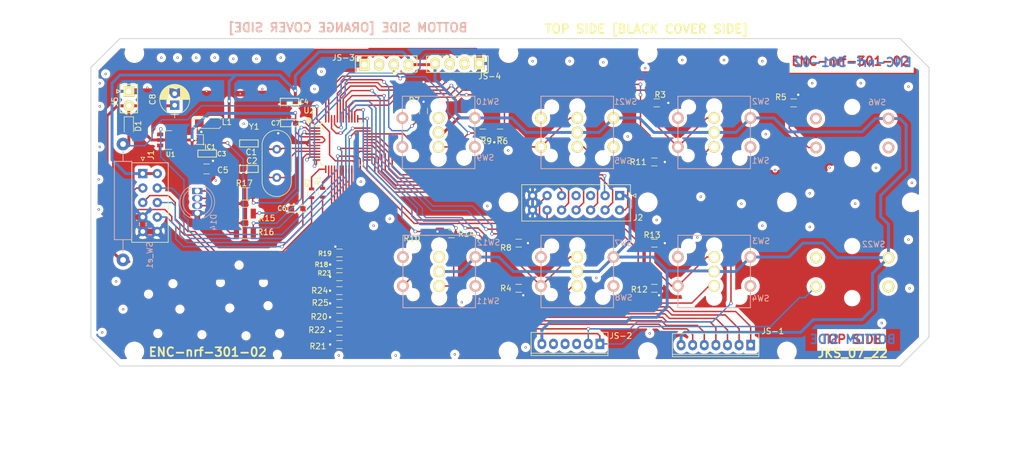
<source format=kicad_pcb>
(kicad_pcb (version 20211014) (generator pcbnew)
  (layers (0 "F.Cu" signal) (31 "B.Cu" signal) (34 "B.Paste" user) (35 "F.Paste" user) (36 "B.SilkS" user "B.Silkscreen") (37 "F.SilkS" user "F.Silkscreen") (38 "B.Mask" user) (39 "F.Mask" user) (44 "Edge.Cuts" user))
  (net 0 "")
  (net 1 "GND")
  (net 2 "Net-(C3-Pad1)")
  (net 3 "Net-(D2-Pad1)")
  (net 4 "Net-(D3-Pad1)")
  (net 5 "Net-(D4-Pad1)")
  (net 6 "Net-(D5-Pad1)")
  (net 7 "Net-(D6-Pad1)")
  (net 8 "Net-(D8-Pad1)")
  (net 9 "Net-(D9-Pad1)")
  (net 10 "Net-(D10-Pad1)")
  (net 11 "Net-(D11-Pad1)")
  (net 12 "Net-(D12-Pad1)")
  (net 13 "Net-(D13-Pad1)")
  (net 14 "Net-(D14-Pad1)")
  (net 15 "Net-(D17-Pad1)")
  (net 16 "Net-(D18-Pad1)")
  (net 17 "Net-(D19-Pad1)")
  (net 18 "Net-(D20-Pad1)")
  (net 19 "Net-(D21-Pad1)")
  (net 20 "Net-(D22-Pad1)")
  (net 21 "Net-(D23-Pad1)")
  (net 22 "Net-(D24-Pad1)")
  (net 23 "Net-(D24-Pad2)")
  (net 24 "/TRX_CE")
  (net 25 "/MISO")
  (net 26 "/TX_EN")
  (net 27 "/CD")
  (net 28 "/DR")
  (net 29 "/MOSI")
  (net 30 "Net-(D7-Pad1)")
  (net 31 "Net-(C1-Pad1)")
  (net 32 "Net-(C2-Pad1)")
  (net 33 "+3.3V")
  (net 34 "/NRST")
  (net 35 "Net-(D2-Pad2)")
  (net 36 "Net-(D3-Pad2)")
  (net 37 "Net-(D4-Pad2)")
  (net 38 "Net-(D6-Pad2)")
  (net 39 "Net-(D7-Pad2)")
  (net 40 "Net-(D8-Pad2)")
  (net 41 "Net-(D9-Pad2)")
  (net 42 "Net-(D10-Pad2)")
  (net 43 "Net-(D13-Pad2)")
  (net 44 "Net-(D14-Pad2)")
  (net 45 "Net-(J1-Pad3)")
  (net 46 "/SWCLK")
  (net 47 "Net-(J1-Pad5)")
  (net 48 "/SWDIO")
  (net 49 "Net-(J2-Pad5)")
  (net 50 "Net-(J2-Pad7)")
  (net 51 "/PW_UP")
  (net 52 "/DBG_RX")
  (net 53 "/DGB_TX")
  (net 54 "Net-(R15-Pad2)")
  (net 55 "Net-(D14-Pad3)")
  (net 56 "Net-(R16-Pad2)")
  (net 57 "Net-(R17-Pad2)")
  (net 58 "/AI1")
  (net 59 "Net-(U1-Pad4)")
  (net 60 "Net-(U1-Pad5)")
  (net 61 "/SCK")
  (net 62 "/CSN")
  (net 63 "/AI2")
  (net 64 "/PFI")
  (net 65 "Net-(IC1-PadD1)")
  (net 66 "Net-(IC1-PadA2)")
  (net 67 "Net-(IC1-PadD3)")
  (net 68 "Net-(JS-2-Pad5)")
  (net 69 "Net-(JS-3-Pad2)")
  (net 70 "Net-(JS-4-Pad2)")
  (net 71 "/EN")
  (net 72 "/VBAT")
  (net 73 "/REED_PIN")
  (net 74 "Net-(JS-2-Pad3)")
  (net 75 "Net-(JS-2-Pad4)")
  (footprint "DEVICENET:HS_0603" (layer "F.Cu") (at 110.5 91.75)
    (fp_text reference "C3")
    (fp_text value "")
  )
  (footprint "DEVICENET:HS_0603" (layer "F.Cu") (at 124.7 82.8 180)
    (fp_text reference "C4")
    (fp_text value "")
  )
  (footprint "DEVICENET:HS_0603" (layer "F.Cu") (at 126 101.25 180)
    (fp_text reference "C6")
    (fp_text value "")
  )
  (footprint "DEVICENET:HS_0603" (layer "F.Cu") (at 124.75 86.5 180)
    (fp_text reference "C7")
    (fp_text value "")
  )
  (footprint "CON_2X5_2.54MM" (layer "F.Cu") (at 99.4 95.2 -90)
    (fp_text reference "J1")
    (fp_text value "")
  )
  (footprint "DEVICENET:CONN_2X7_2.54MM" (layer "F.Cu") (at 181.6 99 180)
    (fp_text reference "J2")
    (fp_text value "")
  )
  (footprint "Resistors_SMD:R_0603" (layer "F.Cu") (at 147.8 84.4 -90)
    (fp_text reference "R7")
    (fp_text value "")
  )
  (footprint "DEVICENET:SW_MARKQUARD" (layer "F.Cu") (at 197.9 88.1 -90)
    (fp_text reference "SW2")
    (fp_text value "")
  )
  (footprint "DEVICENET:SW_MARKQUARD" (layer "F.Cu") (at 197.9 112.1 -90)
    (fp_text reference "SW3")
    (fp_text value "")
  )
  (footprint "DEVICENET:SW_MARKQUARD" (layer "F.Cu") (at 174.3 88.1 -90)
    (fp_text reference "SW21")
    (fp_text value "")
  )
  (footprint "DEVICENET:SW_MARKQUARD" (layer "F.Cu") (at 174.3 112.1 -90)
    (fp_text reference "SW7")
    (fp_text value "")
  )
  (footprint "DEVICENET:SW_MARKQUARD" (layer "F.Cu") (at 150.4 88.1 -90)
    (fp_text reference "SW10")
    (fp_text value "")
  )
  (footprint "DEVICENET:SW_MARKQUARD" (layer "F.Cu") (at 150.5 112.1 -90)
    (fp_text reference "SW11")
    (fp_text value "")
  )
  (footprint "TO_SOT_Packages_SMD:SOT-23-5" (layer "F.Cu") (at 103.5 89.4)
    (fp_text reference "U1")
    (fp_text value "")
  )
  (footprint "Crystals:Crystal_HC49-4H_Vertical" (layer "F.Cu") (at 122.5 91 -90)
    (fp_text reference "Y1")
    (fp_text value "")
  )
  (footprint "Mounting_Holes:MountingHole_2.2mm_M2_DIN965" (layer "F.Cu") (at 97.95 74.4)
    (fp_text reference "")
    (fp_text value "" hide)
  )
  (footprint "Mounting_Holes:MountingHole_2.2mm_M2_DIN965" (layer "F.Cu") (at 97.95 125.9)
    (fp_text reference "")
    (fp_text value "" hide)
  )
  (footprint "Mounting_Holes:MountingHole_2.2mm_M2_DIN965" (layer "F.Cu") (at 162.45 74.4)
    (fp_text reference "")
    (fp_text value "" hide)
  )
  (footprint "Mounting_Holes:MountingHole_2.2mm_M2_DIN965" (layer "F.Cu") (at 186.45 74.4)
    (fp_text reference "")
    (fp_text value "" hide)
  )
  (footprint "Mounting_Holes:MountingHole_2.2mm_M2_DIN965" (layer "F.Cu") (at 210.45 74.4)
    (fp_text reference "")
    (fp_text value "" hide)
  )
  (footprint "Mounting_Holes:MountingHole_2.2mm_M2_DIN965" (layer "F.Cu") (at 186.45 126)
    (fp_text reference "")
    (fp_text value "" hide)
  )
  (footprint "Mounting_Holes:MountingHole_2.2mm_M2_DIN965" (layer "F.Cu") (at 210.45 125.9)
    (fp_text reference "")
    (fp_text value "" hide)
  )
  (footprint "Mounting_Holes:MountingHole_2.2mm_M2_DIN965" (layer "F.Cu") (at 231.95 100.15)
    (fp_text reference "")
    (fp_text value "" hide)
  )
  (footprint "Mounting_Holes:MountingHole_2.2mm_M2_DIN965" (layer "F.Cu") (at 210.45 100.15)
    (fp_text reference "")
    (fp_text value "" hide)
  )
  (footprint "Mounting_Holes:MountingHole_2.2mm_M2_DIN965" (layer "F.Cu") (at 186.45 100.15)
    (fp_text reference "")
    (fp_text value "" hide)
  )
  (footprint "DEVICENET:L_0805_HS" (layer "F.Cu") (at 110.5 86.5 180)
    (fp_text reference "L1")
    (fp_text value "")
  )
  (footprint "Resistors_SMD:R_0603" (layer "F.Cu") (at 164.2 107.2 180)
    (fp_text reference "R8")
    (fp_text value "")
  )
  (footprint "Resistors_SMD:R_0603" (layer "F.Cu") (at 158 88.2 180)
    (fp_text reference "R9")
    (fp_text value "")
  )
  (footprint "Resistors_SMD:R_0603" (layer "F.Cu") (at 148.4 105.2 180)
    (fp_text reference "R10")
    (fp_text value "")
  )
  (footprint "Resistors_SMD:R_0603" (layer "F.Cu") (at 187.6 93.2 180)
    (fp_text reference "R11")
    (fp_text value "")
  )
  (footprint "Resistors_SMD:R_0603" (layer "F.Cu") (at 187.6 115 180)
    (fp_text reference "R12")
    (fp_text value "")
  )
  (footprint "Resistors_SMD:R_0603" (layer "F.Cu") (at 187.6 107.2 180)
    (fp_text reference "R13")
    (fp_text value "")
  )
  (footprint "Resistors_SMD:R_0603" (layer "F.Cu") (at 152.6 105.6)
    (fp_text reference "R14")
    (fp_text value "")
  )
  (footprint "Resistors_SMD:R_1206" (layer "F.Cu") (at 117 102.1)
    (fp_text reference "R15")
    (fp_text value "")
  )
  (footprint "Resistors_SMD:R_1206" (layer "F.Cu") (at 117 105.4)
    (fp_text reference "R16")
    (fp_text value "")
  )
  (footprint "Resistors_SMD:R_1206" (layer "F.Cu") (at 116.9 98.7)
    (fp_text reference "R17")
    (fp_text value "")
  )
  (footprint "Resistors_SMD:R_0603" (layer "F.Cu") (at 133.3 110.9)
    (fp_text reference "R18")
    (fp_text value "")
  )
  (footprint "Resistors_SMD:R_0603" (layer "F.Cu") (at 133.3 108.9)
    (fp_text reference "R19")
    (fp_text value "")
  )
  (footprint "Resistors_SMD:R_0603" (layer "F.Cu") (at 133.3 120)
    (fp_text reference "R20")
    (fp_text value "")
  )
  (footprint "Resistors_SMD:R_0603" (layer "F.Cu") (at 133.3 124.7)
    (fp_text reference "R21")
    (fp_text value "")
  )
  (footprint "Resistors_SMD:R_0603" (layer "F.Cu") (at 133.3 122.4)
    (fp_text reference "R22")
    (fp_text value "")
  )
  (footprint "Resistors_SMD:R_0603" (layer "F.Cu") (at 133.3 113)
    (fp_text reference "R23")
    (fp_text value "")
  )
  (footprint "Resistors_SMD:R_0603" (layer "F.Cu") (at 133.3 115.4)
    (fp_text reference "R24")
    (fp_text value "")
  )
  (footprint "Resistors_SMD:R_0603" (layer "F.Cu") (at 133.3 117.6)
    (fp_text reference "R25")
    (fp_text value "")
  )
  (footprint "Housings_QFP:LQFP-48_7x7mm_Pitch0.5mm" (layer "F.Cu") (at 133.7 90.1)
    (fp_text reference "U2")
    (fp_text value "")
  )
  (footprint "DEVICENET:MS_0603" (layer "F.Cu") (at 117.7 90 180)
    (fp_text reference "C1")
    (fp_text value "")
  )
  (footprint "DEVICENET:BD83070" (layer "F.Cu") (at 109.2 89.3 180)
    (fp_text reference "IC1")
    (fp_text value "")
  )
  (footprint "DEVICENET:MS_0603" (layer "F.Cu") (at 117.7 94.4 180)
    (fp_text reference "C2")
    (fp_text value "C")
  )
  (footprint "Diodes_SMD:D_0805" (layer "F.Cu") (at 97 87 -90)
    (fp_text reference "D1")
    (fp_text value "")
  )
  (footprint "DEVICENET:2.5MM_BERGE" (layer "F.Cu") (at 97 81 -90)
    (fp_text reference "J5")
    (fp_text value "")
  )
  (footprint "Resistors_SMD:R_0603" (layer "F.Cu") (at 130.4 98.5 90)
    (fp_text reference "R1")
    (fp_text value "")
  )
  (footprint "Resistors_SMD:R_0603" (layer "F.Cu") (at 128.5 98.6 90)
    (fp_text reference "R2")
    (fp_text value "")
  )
  (footprint "Resistors_SMD:R_0603" (layer "F.Cu") (at 188 83 180)
    (fp_text reference "R3")
    (fp_text value "")
  )
  (footprint "Resistors_SMD:R_0603" (layer "F.Cu") (at 164.2 115 180)
    (fp_text reference "R4")
    (fp_text value "")
  )
  (footprint "Resistors_SMD:R_0603" (layer "F.Cu") (at 211.6 83 180)
    (fp_text reference "R5")
    (fp_text value "")
  )
  (footprint "Resistors_SMD:R_0603" (layer "F.Cu") (at 161 88.2)
    (fp_text reference "R6")
    (fp_text value "")
  )
  (footprint "Capacitors_SMD:C_0805" (layer "F.Cu") (at 110.4 94.4)
    (fp_text reference "C5")
    (fp_text value "")
  )
  (footprint "Capacitors_ThroughHole:CP_Radial_D5.0mm_P2.00mm" (layer "F.Cu") (at 104.9 83.4 90)
    (fp_text reference "C8")
    (fp_text value "")
  )
  (footprint "DEVICENET:CON_2.0MM_7PIN" (layer "F.Cu") (at 204.2 124.8 180)
    (fp_text reference "JS-1")
    (fp_text value "")
  )
  (footprint "DEVICENET:CON_2.0MM_6PIN" (layer "F.Cu") (at 178.2 124.6 180)
    (fp_text reference "JS-2")
    (fp_text value "")
  )
  (footprint "DEVICENET:2.54MM_BERGE_4PIN" (layer "F.Cu") (at 137.6 76.4 90)
    (fp_text reference "JS-3")
    (fp_text value "")
  )
  (footprint "DEVICENET:2.54MM_BERGE_4PIN" (layer "F.Cu") (at 157.4 76.2 -90)
    (fp_text reference "JS-4")
    (fp_text value "")
  )
  (footprint "DEVICENET:SW_ALPS_TACT" (layer "F.Cu") (at 174.3 88.1)
    (fp_text reference "SW5")
    (fp_text value "")
  )
  (footprint "DEVICENET:SW_ALPS_TACT" (layer "F.Cu") (at 221.7 112.2)
    (fp_text reference "SW22")
    (fp_text value "")
  )
  (footprint "Mounting_Holes:MountingHole_2.2mm_M2_DIN965" (layer "F.Cu") (at 162.45 100.15)
    (fp_text reference "")
    (fp_text value "")
  )
  (footprint "Mounting_Holes:MountingHole_2.2mm_M2_DIN965" (layer "F.Cu") (at 138.45 100.15)
    (fp_text reference "")
    (fp_text value "")
  )
  (footprint "DEVICENET:via_bare" (layer "F.Cu") (at 102.6 75.2)
    (fp_text reference "")
    (fp_text value "")
  )
  (footprint "DEVICENET:via_bare" (layer "F.Cu") (at 105.4 75.2)
    (fp_text reference "")
    (fp_text value "")
  )
  (footprint "DEVICENET:via_bare" (layer "F.Cu") (at 108.6 75.2)
    (fp_text reference "")
    (fp_text value "")
  )
  (footprint "DEVICENET:via_bare" (layer "F.Cu") (at 111.8 75.2)
    (fp_text reference "")
    (fp_text value "")
  )
  (footprint "DEVICENET:via_bare" (layer "F.Cu") (at 115 75.4)
    (fp_text reference "")
    (fp_text value "")
  )
  (footprint "DEVICENET:via_bare" (layer "F.Cu") (at 119 75.4)
    (fp_text reference "")
    (fp_text value "")
  )
  (footprint "DEVICENET:via_bare" (layer "F.Cu") (at 123.2 75.2)
    (fp_text reference "")
    (fp_text value "")
  )
  (footprint "DEVICENET:via_bare" (layer "F.Cu") (at 166.6 75.8)
    (fp_text reference "")
    (fp_text value "")
  )
  (footprint "DEVICENET:via_bare" (layer "F.Cu") (at 173 75.8)
    (fp_text reference "")
    (fp_text value "")
  )
  (footprint "DEVICENET:via_bare" (layer "F.Cu") (at 178.8 76)
    (fp_text reference "")
    (fp_text value "")
  )
  (footprint "DEVICENET:via_bare" (layer "F.Cu") (at 186 77)
    (fp_text reference "")
    (fp_text value "")
  )
  (footprint "DEVICENET:via_bare" (layer "F.Cu") (at 192.4 75.6)
    (fp_text reference "")
    (fp_text value "")
  )
  (footprint "DEVICENET:via_bare" (layer "F.Cu") (at 199.6 75.6)
    (fp_text reference "")
    (fp_text value "")
  )
  (footprint "DEVICENET:via_bare" (layer "F.Cu") (at 206.2 75.8)
    (fp_text reference "")
    (fp_text value "")
  )
  (footprint "DEVICENET:via_bare" (layer "F.Cu") (at 214.8 79.6)
    (fp_text reference "")
    (fp_text value "")
  )
  (footprint "DEVICENET:via_bare" (layer "F.Cu") (at 223.2 79.6)
    (fp_text reference "")
    (fp_text value "")
  )
  (footprint "DEVICENET:via_bare" (layer "F.Cu") (at 231.4 80.2)
    (fp_text reference "")
    (fp_text value "")
  )
  (footprint "DEVICENET:via_bare" (layer "F.Cu") (at 232 96.8)
    (fp_text reference "")
    (fp_text value "")
  )
  (footprint "DEVICENET:via_bare" (layer "F.Cu") (at 231.4 106.6)
    (fp_text reference "")
    (fp_text value "")
  )
  (footprint "DEVICENET:via_bare" (layer "F.Cu") (at 231.6 115)
    (fp_text reference "")
    (fp_text value "")
  )
  (footprint "DEVICENET:via_bare" (layer "F.Cu") (at 226.8 121)
    (fp_text reference "")
    (fp_text value "")
  )
  (footprint "DEVICENET:via_bare" (layer "F.Cu") (at 186.8 122.8)
    (fp_text reference "")
    (fp_text value "")
  )
  (footprint "DEVICENET:via_bare" (layer "F.Cu") (at 222.2 100.4)
    (fp_text reference "")
    (fp_text value "")
  )
  (footprint "DEVICENET:via_bare" (layer "F.Cu") (at 214.4 98.6)
    (fp_text reference "")
    (fp_text value "")
  )
  (footprint "DEVICENET:via_bare" (layer "F.Cu") (at 202.6 100.4)
    (fp_text reference "")
    (fp_text value "")
  )
  (footprint "DEVICENET:via_bare" (layer "F.Cu") (at 214.4 104.4)
    (fp_text reference "")
    (fp_text value "")
  )
  (footprint "DEVICENET:via_bare" (layer "F.Cu") (at 206.2 104.2)
    (fp_text reference "")
    (fp_text value "")
  )
  (footprint "DEVICENET:via_bare" (layer "F.Cu") (at 195.6 99.2)
    (fp_text reference "")
    (fp_text value "")
  )
  (footprint "DEVICENET:via_bare" (layer "F.Cu") (at 195.6 99.2)
    (fp_text reference "")
    (fp_text value "")
  )
  (footprint "DEVICENET:via_bare" (layer "F.Cu") (at 208.4 94.6)
    (fp_text reference "")
    (fp_text value "")
  )
  (footprint "DEVICENET:via_bare" (layer "F.Cu") (at 206.8 88.4)
    (fp_text reference "")
    (fp_text value "")
  )
  (footprint "DEVICENET:via_bare" (layer "F.Cu") (at 217.8 94.2)
    (fp_text reference "")
    (fp_text value "")
  )
  (footprint "DEVICENET:via_bare" (layer "F.Cu") (at 225.8 94.2)
    (fp_text reference "")
    (fp_text value "")
  )
  (footprint "DEVICENET:via_bare" (layer "F.Cu") (at 188 103.2)
    (fp_text reference "")
    (fp_text value "")
  )
  (footprint "DEVICENET:via_bare" (layer "F.Cu") (at 183 88.8)
    (fp_text reference "")
    (fp_text value "")
  )
  (footprint "DEVICENET:via_bare" (layer "F.Cu") (at 158.8 100.8)
    (fp_text reference "")
    (fp_text value "")
  )
  (footprint "DEVICENET:via_bare" (layer "F.Cu") (at 165.4 125.2)
    (fp_text reference "")
    (fp_text value "")
  )
  (footprint "DEVICENET:via_bare" (layer "F.Cu") (at 153.2 126.4)
    (fp_text reference "")
    (fp_text value "")
  )
  (footprint "DEVICENET:via_bare" (layer "F.Cu") (at 143 126.6)
    (fp_text reference "")
    (fp_text value "")
  )
  (footprint "DEVICENET:via_bare" (layer "F.Cu") (at 133.2 126.6)
    (fp_text reference "")
    (fp_text value "")
  )
  (footprint "DEVICENET:via_bare" (layer "F.Cu") (at 96 118.6)
    (fp_text reference "")
    (fp_text value "")
  )
  (footprint "DEVICENET:via_bare" (layer "F.Cu") (at 94.8 113.8)
    (fp_text reference "")
    (fp_text value "")
  )
  (footprint "DEVICENET:via_bare" (layer "F.Cu") (at 92.4 122.6)
    (fp_text reference "")
    (fp_text value "")
  )
  (footprint "DEVICENET:via_bare" (layer "F.Cu") (at 91.8 101.4)
    (fp_text reference "")
    (fp_text value "")
  )
  (footprint "DEVICENET:via_bare" (layer "F.Cu") (at 112 96.4)
    (fp_text reference "")
    (fp_text value "")
  )
  (footprint "DEVICENET:via_bare" (layer "F.Cu") (at 116.8 86.6)
    (fp_text reference "")
    (fp_text value "")
  )
  (footprint "DEVICENET:via_bare" (layer "F.Cu") (at 130.2 77.6)
    (fp_text reference "")
    (fp_text value "")
  )
  (footprint "DEVICENET:via_bare" (layer "F.Cu") (at 120 80.6)
    (fp_text reference "")
    (fp_text value "")
  )
  (footprint "DEVICENET:via_bare" (layer "F.Cu") (at 129 80.6)
    (fp_text reference "")
    (fp_text value "")
  )
  (footprint "DEVICENET:via_bare" (layer "F.Cu") (at 116.2 81.4)
    (fp_text reference "")
    (fp_text value "")
  )
  (footprint "DEVICENET:via_bare" (layer "F.Cu") (at 110.4 81)
    (fp_text reference "")
    (fp_text value "")
  )
  (footprint "DEVICENET:via_bare" (layer "F.Cu") (at 100.2 80.4)
    (fp_text reference "")
    (fp_text value "")
  )
  (footprint "DEVICENET:via_bare" (layer "F.Cu") (at 93 78)
    (fp_text reference "")
    (fp_text value "")
  )
  (footprint "DEVICENET:via_bare" (layer "F.Cu") (at 91.8 96.2)
    (fp_text reference "")
    (fp_text value "")
  )
  (footprint "DEVICENET:via_bare" (layer "F.Cu") (at 92 90.6)
    (fp_text reference "")
    (fp_text value "")
  )
  (footprint "DEVICENET:via_bare" (layer "F.Cu") (at 92 83.6)
    (fp_text reference "")
    (fp_text value "")
  )
  (footprint "DEVICENET:via_bare" (layer "F.Cu") (at 92 79.6)
    (fp_text reference "")
    (fp_text value "")
  )
  (footprint "DEVICENET:via_bare" (layer "F.Cu") (at 139.2 104.2)
    (fp_text reference "")
    (fp_text value "")
  )
  (footprint "DEVICENET:via_bare" (layer "F.Cu") (at 154.4 117.4)
    (fp_text reference "")
    (fp_text value "")
  )
  (footprint "DEVICENET:via_bare" (layer "F.Cu") (at 177.6 113.2)
    (fp_text reference "")
    (fp_text value "")
  )
  (footprint "DEVICENET:via_bare" (layer "F.Cu") (at 195 106.2)
    (fp_text reference "")
    (fp_text value "")
  )
  (footprint "DEVICENET:via_bare" (layer "F.Cu") (at 162.4 91.2)
    (fp_text reference "")
    (fp_text value "")
  )
  (footprint "DEVICENET:via_bare" (layer "F.Cu") (at 137 96.6)
    (fp_text reference "")
    (fp_text value "")
  )
  (footprint "DEVICENET:via_bare" (layer "F.Cu") (at 142 103)
    (fp_text reference "")
    (fp_text value "")
  )
  (footprint "Mounting_Holes:MountingHole_2.2mm_M2_DIN965" (layer "F.Cu") (at 162.45 125.9)
    (fp_text reference "")
    (fp_text value "" hide)
  )
  (footprint "DEVICENET:RELAY_REED_L20W2.5" (layer "B.Cu") (at 96 110.1 90)
    (fp_text reference "SW_e1")
    (fp_text value "")
  )
  (footprint "DEVICENET:SW_ALPS_TACT" (layer "B.Cu") (at 197.9 88.1 180)
    (fp_text reference "SW1")
    (fp_text value "")
  )
  (footprint "DEVICENET:SW_ALPS_TACT" (layer "B.Cu") (at 197.9 112.1 180)
    (fp_text reference "SW4")
    (fp_text value "")
  )
  (footprint "DEVICENET:SW_ALPS_TACT" (layer "B.Cu") (at 221.7 88.2 180)
    (fp_text reference "SW6")
    (fp_text value "")
  )
  (footprint "DEVICENET:SW_ALPS_TACT" (layer "B.Cu") (at 174.3 112.1 180)
    (fp_text reference "SW8")
    (fp_text value "")
  )
  (footprint "DEVICENET:SW_ALPS_TACT" (layer "B.Cu") (at 150.4 88.1 180)
    (fp_text reference "SW9")
    (fp_text value "")
  )
  (footprint "LEDs:LED_D5.0mm-4" (layer "B.Cu") (at 108.8 98.2 -90)
    (fp_text reference "D14")
    (fp_text value "")
  )
  (footprint "DEVICENET:SW_ALPS_TACT" (layer "B.Cu") (at 150.5 112.1 180)
    (fp_text reference "SW12")
    (fp_text value "")
  )
  (gr_circle (center 130.5 87.4) (end 130.6 87.3) (layer "F.SilkS") (width 0.2) (fill none))
  (gr_circle (center 128 86) (end 128 85.6) (layer "F.SilkS") (width 0.2) (fill none))
  (gr_circle (center 128 86) (end 128 85.8) (layer "F.SilkS") (width 0.2) (fill none))
  (gr_line (start 95.45 71.9) (end 229.95 71.9) (layer "Edge.Cuts") (width 0.15))
  (gr_line (start 229.95 71.9) (end 234.95 76.9) (layer "Edge.Cuts") (width 0.15))
  (gr_line (start 229.95 128.4) (end 95.45 128.4) (layer "Edge.Cuts") (width 0.15))
  (gr_line (start 234.95 76.9) (end 234.95 123.4) (layer "Edge.Cuts") (width 0.15))
  (gr_line (start 90.45 123.4) (end 90.45 76.9) (layer "Edge.Cuts") (width 0.15))
  (gr_line (start 90.45 123.4) (end 95.45 128.4) (layer "Edge.Cuts") (width 0.15))
  (gr_line (start 90.45 76.9) (end 95.45 71.9) (layer "Edge.Cuts") (width 0.15))
  (gr_line (start 234.95 123.4) (end 229.95 128.4) (layer "Edge.Cuts") (width 0.15))
  (gr_text "ENC-nrf-301-02" (at 221.4 75.8) (layer "F.Cu") (effects (font (size 1.5 1.5) (thickness 0.3))))
  (gr_text "TOP SIDE" (at 221.6 123.8) (layer "F.Cu") (effects (font (size 1.5 1.5) (thickness 0.3))))
  (gr_text "BOTTOM SIDE" (at 221.8 123.8) (layer "B.Cu") (effects (font (size 1.5 1.5) (thickness 0.3)) (justify mirror)))
  (gr_text "ENC-nrf-301-02" (at 221.8 76) (layer "B.Cu") (effects (font (size 1.5 1.5) (thickness 0.3)) (justify mirror)))
  (gr_text "BOTTOM SIDE [ORANGE COVER SIDE]" (at 134.75 70) (layer "B.SilkS") (effects (font (size 1.5 1.5) (thickness 0.3)) (justify mirror)))
  (gr_text "TOP SIDE [BLACK COVER SIDE]" (at 186.25 70.25) (layer "F.SilkS") (effects (font (size 1.5 1.5) (thickness 0.3))))
  (gr_text "JKS_07_22" (at 221.8 126.2) (layer "F.SilkS") (effects (font (size 1.5 1.5) (thickness 0.3))))
  (gr_text "ENC-nrf-301-02" (at 110.6 126) (layer "F.SilkS") (effects (font (size 1.5 1.5) (thickness 0.3))))
  (segment (start 109.2 88.3) (end 109.5 88) (width 0.2) (layer "F.Cu") (net 1))
  (segment (start 128.15 89.35) (end 127.75 89.75) (width 0.25) (layer "F.Cu") (net 1))
  (segment (start 127.75 89.75) (end 126.75 89.75) (width 0.25) (layer "F.Cu") (net 1))
  (segment (start 127.85 90.35) (end 127.25 89.75) (width 0.25) (layer "F.Cu") (net 1))
  (segment (start 127.25 89.75) (end 126.75 89.75) (width 0.25) (layer "F.Cu") (net 1))
  (segment (start 123.75 87.25) (end 122.75 88.25) (width 1) (layer "F.Cu") (net 1))
  (segment (start 124.25 89.75) (end 122.75 88.25) (width 0.25) (layer "F.Cu") (net 1))
  (segment (start 121 107.6) (end 125 103.6) (width 1) (layer "F.Cu") (net 1))
  (segment (start 125 103.6) (end 125 101.25) (width 1) (layer "F.Cu") (net 1))
  (segment (start 96.3 102.7) (end 95.4 101.8) (width 1) (layer "F.Cu") (net 1))
  (segment (start 95.4 101.8) (end 95.4 95.4) (width 1) (layer "F.Cu") (net 1))
  (segment (start 95.4 95.4) (end 98.2 92.6) (width 1) (layer "F.Cu") (net 1))
  (segment (start 98.2 92.6) (end 101.6 92.6) (width 1) (layer "F.Cu") (net 1))
  (segment (start 101.6 92.6) (end 102.4 91.8) (width 0.4) (layer "F.Cu") (net 1))
  (segment (start 102.4 91.8) (end 102.4 90.35) (width 0.4) (layer "F.Cu") (net 1))
  (segment (start 104.5 81) (end 104.9 81.4) (width 1) (layer "F.Cu") (net 1))
  (segment (start 122.4 81.4) (end 123 82) (width 1) (layer "F.Cu") (net 1))
  (segment (start 123.7 86.45) (end 123.75 86.5) (width 1) (layer "F.Cu") (net 1))
  (segment (start 117.05 88.25) (end 116.8 88.5) (width 1) (layer "F.Cu") (net 1))
  (segment (start 116.8 88.5) (end 116.8 90) (width 1) (layer "F.Cu") (net 1))
  (segment (start 111.5 94.3) (end 111.4 94.4) (width 1) (layer "F.Cu") (net 1))
  (segment (start 107.41 102.01) (end 106.1 100.7) (width 1) (layer "F.Cu") (net 1))
  (segment (start 106.1 100.7) (end 106.1 95.6) (width 1) (layer "F.Cu") (net 1))
  (segment (start 106.1 95.6) (end 103.1 92.6) (width 1) (layer "F.Cu") (net 1))
  (segment (start 103.1 92.6) (end 101.6 92.6) (width 1) (layer "F.Cu") (net 1))
  (segment (start 111.5 93) (end 111.5 94.3) (width 1) (layer "F.Cu") (net 1))
  (segment (start 123 82) (end 123.7 82.7) (width 1) (layer "F.Cu") (net 1))
  (segment (start 111.4 95.8) (end 110.9 96.3) (width 1) (layer "F.Cu") (net 1))
  (segment (start 110.9 96.3) (end 106.8 96.3) (width 1) (layer "F.Cu") (net 1))
  (segment (start 106.8 96.3) (end 106.1 95.6) (width 1) (layer "F.Cu") (net 1))
  (segment (start 123.7 79.3) (end 126.6 76.4) (width 1) (layer "F.Cu") (net 1))
  (segment (start 126.6 76.4) (end 137.6 76.4) (width 1) (layer "F.Cu") (net 1))
  (segment (start 137.6 75) (end 138.6 74) (width 1) (layer "F.Cu") (net 1))
  (segment (start 138.6 74) (end 156.8 74) (width 1) (layer "F.Cu") (net 1))
  (segment (start 156.8 74) (end 157.4 74.6) (width 1) (layer "F.Cu") (net 1))
  (segment (start 157.4 74.6) (end 157.4 76.2) (width 1) (layer "F.Cu") (net 1))
  (segment (start 147.8 79.4) (end 148.8 78.4) (width 0.5) (layer "F.Cu") (net 1))
  (segment (start 148.8 78.4) (end 149 78.2) (width 0.5) (layer "F.Cu") (net 1))
  (segment (start 149 78.2) (end 156.6 78.2) (width 0.5) (layer "F.Cu") (net 1))
  (segment (start 156.6 78.2) (end 157.4 77.4) (width 0.5) (layer "F.Cu") (net 1))
  (segment (start 157.4 77.4) (end 157.4 76.2) (width 0.5) (layer "F.Cu") (net 1))
  (segment (start 108.8 103.8) (end 112.6 107.6) (width 1) (layer "F.Cu") (net 1))
  (segment (start 112.6 107.6) (end 114.4 107.6) (width 1) (layer "F.Cu") (net 1))
  (segment (start 114.4 107.6) (end 121 107.6) (width 1) (layer "F.Cu") (net 1))
  (segment (start 132.55 107.85) (end 132.6 107.8) (width 0.5) (layer "F.Cu") (net 1))
  (segment (start 150.2 105.2) (end 149.15 105.2) (width 0.5) (layer "F.Cu") (net 1))
  (segment (start 150.8 105.2) (end 151.2 105.6) (width 0.5) (layer "F.Cu") (net 1))
  (segment (start 151.2 105.6) (end 151.85 105.6) (width 0.5) (layer "F.Cu") (net 1))
  (segment (start 165.8 107.2) (end 164.95 107.2) (width 0.5) (layer "F.Cu") (net 1))
  (segment (start 160 89.8) (end 160.25 89.55) (width 0.5) (layer "F.Cu") (net 1))
  (segment (start 160.25 89.55) (end 160.25 88.2) (width 0.5) (layer "F.Cu") (net 1))
  (segment (start 159.4 76.2) (end 161 77.8) (width 0.5) (layer "F.Cu") (net 1))
  (segment (start 161 77.8) (end 191.4 77.8) (width 0.5) (layer "F.Cu") (net 1))
  (segment (start 191.4 77.8) (end 197.6 77.8) (width 0.5) (layer "F.Cu") (net 1))
  (segment (start 197.6 77.8) (end 206.2 77.8) (width 0.5) (layer "F.Cu") (net 1))
  (segment (start 206.2 77.8) (end 208.8 80.4) (width 0.5) (layer "F.Cu") (net 1))
  (segment (start 208.8 80.4) (end 211.2 80.4) (width 0.5) (layer "F.Cu") (net 1))
  (segment (start 211.2 80.4) (end 212.35 81.55) (width 0.5) (layer "F.Cu") (net 1))
  (segment (start 212.35 81.55) (end 212.35 83) (width 0.5) (layer "F.Cu") (net 1))
  (segment (start 212.4 81.6) (end 212.35 81.6) (width 0.5) (layer "F.Cu") (net 1))
  (segment (start 212.35 81.6) (end 212.35 81.55) (width 0.5) (layer "F.Cu") (net 1))
  (segment (start 189.4 107.2) (end 188.35 107.2) (width 0.5) (layer "F.Cu") (net 1))
  (segment (start 188.35 116.15) (end 188.4 116.2) (width 0.5) (layer "F.Cu") (net 1))
  (segment (start 165 116.2) (end 164.95 116.15) (width 0.5) (layer "F.Cu") (net 1))
  (segment (start 164.95 116.15) (end 164.95 115) (width 0.5) (layer "F.Cu") (net 1))
  (segment (start 216.6 81.6) (end 212.4 81.6) (width 0.5) (layer "F.Cu") (net 1))
  (segment (start 132.55 122.4) (end 131.7 122.4) (width 0.5) (layer "F.Cu") (net 1))
  (segment (start 116.8 94.4) (end 116.8 90) (width 1) (layer "F.Cu") (net 1))
  (segment (start 189.4 93.2) (end 191 94.8) (width 0.5) (layer "F.Cu") (net 1))
  (segment (start 129.35 89.35) (end 128.15 89.35) (width 0.25) (layer "F.Cu") (net 1))
  (segment (start 129.35 90.35) (end 127.85 90.35) (width 0.25) (layer "F.Cu") (net 1))
  (segment (start 218.181001 93.618999) (end 218.4 93.4) (width 0.5) (layer "F.Cu") (net 1))
  (segment (start 218.4 93.4) (end 218.4 83.4) (width 0.5) (layer "F.Cu") (net 1))
  (segment (start 109.2 88.7) (end 109.2 88.3) (width 0.2) (layer "F.Cu") (net 1))
  (segment (start 188.75 83) (end 190 83) (width 0.5) (layer "F.Cu") (net 1))
  (segment (start 208.712001 95.250001) (end 209.050001 94.912001) (width 0.5) (layer "F.Cu") (net 1))
  (segment (start 218.4 83.4) (end 216.6 81.6) (width 0.5) (layer "F.Cu") (net 1))
  (segment (start 218.112001 93.549999) (end 218.181001 93.618999) (width 0.5) (layer "F.Cu") (net 1))
  (segment (start 126.75 89.75) (end 124.25 89.75) (width 0.25) (layer "F.Cu") (net 1))
  (segment (start 123.7 82.7) (end 123.7 86.45) (width 1) (layer "F.Cu") (net 1))
  (segment (start 99.4 102.7) (end 96.3 102.7) (width 1) (layer "F.Cu") (net 1))
  (segment (start 147.8 83.65) (end 147.8 82.8) (width 0.5) (layer "F.Cu") (net 1))
  (segment (start 217.149999 93.887999) (end 217.487999 93.549999) (width 0.5) (layer "F.Cu") (net 1))
  (segment (start 109.3 102.01) (end 107.41 102.01) (width 1) (layer "F.Cu") (net 1))
  (segment (start 132.55 110.9) (end 131.700114 110.9) (width 0.5) (layer "F.Cu") (net 1))
  (segment (start 217 94.8) (end 217.218999 94.581001) (width 0.5) (layer "F.Cu") (net 1))
  (segment (start 208.087999 95.250001) (end 208.712001 95.250001) (width 0.5) (layer "F.Cu") (net 1))
  (segment (start 209.050001 94.8) (end 217 94.8) (width 0.5) (layer "F.Cu") (net 1))
  (segment (start 132.55 113) (end 131.7 113) (width 0.5) (layer "F.Cu") (net 1))
  (segment (start 209.050001 94.912001) (end 209.050001 94.8) (width 0.5) (layer "F.Cu") (net 1))
  (segment (start 118.5 88.25) (end 117.05 88.25) (width 1) (layer "F.Cu") (net 1))
  (segment (start 137.6 76.4) (end 137.6 75) (width 1) (layer "F.Cu") (net 1))
  (segment (start 116.8 94.4) (end 111.4 94.4) (width 1) (layer "F.Cu") (net 1))
  (segment (start 108.8 102.01) (end 108.8 103.8) (width 1) (layer "F.Cu") (net 1))
  (segment (start 217.487999 93.549999) (end 218.112001 93.549999) (width 0.5) (layer "F.Cu") (net 1))
  (segment (start 132.55 117.6) (end 131.70001 117.6) (width 0.5) (layer "F.Cu") (net 1))
  (segment (start 111.5 91.75) (end 111.5 93) (width 1) (layer "F.Cu") (net 1))
  (segment (start 97 81) (end 104.5 81) (width 1) (layer "F.Cu") (net 1))
  (segment (start 132.55 115.4) (end 131.700006 115.4) (width 0.5) (layer "F.Cu") (net 1))
  (segment (start 123.75 87.25) (end 123.75 86.5) (width 1) (layer "F.Cu") (net 1))
  (segment (start 188.35 115) (end 188.35 116.15) (width 0.5) (layer "F.Cu") (net 1))
  (segment (start 150.2 105.2) (end 150.8 105.2) (width 0.5) (layer "F.Cu") (net 1))
  (segment (start 111.4 94.4) (end 111.4 95.8) (width 1) (layer "F.Cu") (net 1))
  (segment (start 157.4 76.2) (end 159.4 76.2) (width 0.5) (layer "F.Cu") (net 1))
  (segment (start 99.4 105.2) (end 99.4 102.7) (width 1) (layer "F.Cu") (net 1))
  (segment (start 104.9 81.4) (end 122.4 81.4) (width 1) (layer "F.Cu") (net 1))
  (segment (start 132.55 124.7) (end 131.700004 124.7) (width 0.5) (layer "F.Cu") (net 1))
  (segment (start 132.55 108.9) (end 132.55 107.85) (width 0.5) (layer "F.Cu") (net 1))
  (segment (start 188.35 93.2) (end 189.4 93.2) (width 0.5) (layer "F.Cu") (net 1))
  (segment (start 191 94.8) (end 207.749999 94.8) (width 0.5) (layer "F.Cu") (net 1))
  (segment (start 207.749999 94.912001) (end 208.087999 95.250001) (width 0.5) (layer "F.Cu") (net 1))
  (segment (start 158.75 88.2) (end 160.25 88.2) (width 0.5) (layer "F.Cu") (net 1))
  (segment (start 122.75 88.25) (end 118.5 88.25) (width 1) (layer "F.Cu") (net 1))
  (segment (start 207.749999 94.8) (end 207.749999 94.912001) (width 0.5) (layer "F.Cu") (net 1))
  (segment (start 123.7 82.8) (end 123.7 79.3) (width 1) (layer "F.Cu") (net 1))
  (segment (start 101.9 105.2) (end 99.4 105.2) (width 1) (layer "F.Cu") (net 1))
  (segment (start 132.55 120) (end 131.7 120) (width 0.5) (layer "F.Cu") (net 1))
  (segment (start 217.149999 94.512001) (end 217.149999 93.887999) (width 0.5) (layer "F.Cu") (net 1))
  (segment (start 217.218999 94.581001) (end 217.149999 94.512001) (width 0.5) (layer "F.Cu") (net 1))
  (via (at 131.7 113) (size 0.6) (drill 0.4) (layers "F.Cu" "B.Cu") (net 1))
  (via (at 131.70001 117.6) (size 0.6) (drill 0.4) (layers "F.Cu" "B.Cu") (net 1))
  (via (at 131.700004 124.7) (size 0.6) (drill 0.4) (layers "F.Cu" "B.Cu") (net 1))
  (via (at 160 89.8) (size 0.6) (drill 0.4) (layers "F.Cu" "B.Cu") (net 1))
  (via (at 131.7 120) (size 0.6) (drill 0.4) (layers "F.Cu" "B.Cu") (net 1))
  (via (at 188.4 116.2) (size 0.6) (drill 0.4) (layers "F.Cu" "B.Cu") (net 1))
  (via (at 122.75 88.25) (size 0.6) (drill 0.4) (layers "F.Cu" "B.Cu") (net 1))
  (via (at 165 116.2) (size 0.6) (drill 0.4) (layers "F.Cu" "B.Cu") (net 1))
  (via (at 165.8 107.2) (size 0.6) (drill 0.4) (layers "F.Cu" "B.Cu") (net 1))
  (via (at 147.8 82.8) (size 0.6) (drill 0.4) (layers "F.Cu" "B.Cu") (net 1))
  (via (at 189.4 107.2) (size 0.6) (drill 0.4) (layers "F.Cu" "B.Cu") (net 1))
  (via (at 150.2 105.2) (size 0.6) (drill 0.4) (layers "F.Cu" "B.Cu") (net 1))
  (via (at 109.5 88) (size 0.6) (drill 0.4) (layers "F.Cu" "B.Cu") (net 1))
  (via (at 212.4 81.6) (size 0.6) (drill 0.4) (layers "F.Cu" "B.Cu") (net 1))
  (via (at 111.5 93) (size 0.6) (drill 0.4) (layers "F.Cu" "B.Cu") (net 1))
  (via (at 131.700006 115.4) (size 0.6) (drill 0.4) (layers "F.Cu" "B.Cu") (net 1))
  (via (at 131.7 122.4) (size 0.6) (drill 0.4) (layers "F.Cu" "B.Cu") (net 1))
  (via (at 131.700114 110.9) (size 0.6) (drill 0.4) (layers "F.Cu" "B.Cu") (net 1))
  (via (at 147.8 79.4) (size 0.6) (drill 0.4) (layers "F.Cu" "B.Cu") (net 1))
  (via (at 132.6 107.8) (size 0.6) (drill 0.4) (layers "F.Cu" "B.Cu") (net 1))
  (via (at 190 83) (size 0.6) (drill 0.4) (layers "F.Cu" "B.Cu") (net 1))
  (via (at 189.4 93.2) (size 0.6) (drill 0.4) (layers "F.Cu" "B.Cu") (net 1))
  (segment (start 110.8 88) (end 111.5 88.7) (width 0.5) (layer "B.Cu") (net 1))
  (segment (start 111.5 88.7) (end 111.5 93) (width 0.5) (layer "B.Cu") (net 1))
  (segment (start 147.8 82.8) (end 147.8 79.4) (width 0.5) (layer "B.Cu") (net 1))
  (segment (start 132.6 107.8) (end 139.8 107.8) (width 0.5) (layer "B.Cu") (net 1))
  (segment (start 139.8 107.8) (end 141.2 106.4) (width 0.5) (layer "B.Cu") (net 1))
  (segment (start 141.2 106.4) (end 147.2 106.4) (width 0.5) (layer "B.Cu") (net 1))
  (segment (start 147.2 106.4) (end 148.4 105.2) (width 0.5) (layer "B.Cu") (net 1))
  (segment (start 148.4 105.2) (end 150.2 105.2) (width 0.5) (layer "B.Cu") (net 1))
  (segment (start 151.8 105.2) (end 152.6 106) (width 0.5) (layer "B.Cu") (net 1))
  (segment (start 152.6 106) (end 156 106) (width 0.5) (layer "B.Cu") (net 1))
  (segment (start 156 106) (end 157.2 107.2) (width 0.5) (layer "B.Cu") (net 1))
  (segment (start 157.2 107.2) (end 165.8 107.2) (width 0.5) (layer "B.Cu") (net 1))
  (segment (start 166.6 105) (end 165.8 105.8) (width 0.5) (layer "B.Cu") (net 1))
  (segment (start 165.8 105.8) (end 165.8 107.2) (width 0.5) (layer "B.Cu") (net 1))
  (segment (start 147.8 93.2) (end 149.8 95.2) (width 0.5) (layer "B.Cu") (net 1))
  (segment (start 149.8 95.2) (end 158 95.2) (width 0.5) (layer "B.Cu") (net 1))
  (segment (start 158 95.2) (end 160 93.2) (width 0.5) (layer "B.Cu") (net 1))
  (segment (start 160 93.2) (end 160 89.8) (width 0.5) (layer "B.Cu") (net 1))
  (segment (start 166.6 93.8) (end 162.6 89.8) (width 0.5) (layer "B.Cu") (net 1))
  (segment (start 162.6 89.8) (end 160 89.8) (width 0.5) (layer "B.Cu") (net 1))
  (segment (start 190 83) (end 191.4 81.6) (width 0.5) (layer "B.Cu") (net 1))
  (segment (start 191.4 81.6) (end 212.4 81.6) (width 0.5) (layer "B.Cu") (net 1))
  (segment (start 189.4 93.2) (end 189.4 107.2) (width 0.5) (layer "B.Cu") (net 1))
  (segment (start 188.4 116.2) (end 185.8 118.8) (width 0.5) (layer "B.Cu") (net 1))
  (segment (start 185.8 118.8) (end 171.4 118.8) (width 0.5) (layer "B.Cu") (net 1))
  (segment (start 171.4 118.8) (end 167.8 118.8) (width 0.5) (layer "B.Cu") (net 1))
  (segment (start 167.8 118.8) (end 166.4 118.8) (width 0.5) (layer "B.Cu") (net 1))
  (segment (start 166.4 118.8) (end 165 117.4) (width 0.5) (layer "B.Cu") (net 1))
  (segment (start 165 117.4) (end 165 116.2) (width 0.5) (layer "B.Cu") (net 1))
  (segment (start 166.6 96) (end 168 94.6) (width 0.5) (layer "B.Cu") (net 1))
  (segment (start 168 94.6) (end 186.2 94.6) (width 0.5) (layer "B.Cu") (net 1))
  (segment (start 186.2 94.6) (end 187.6 93.2) (width 0.5) (layer "B.Cu") (net 1))
  (segment (start 187.6 93.2) (end 189.4 93.2) (width 0.5) (layer "B.Cu") (net 1))
  (segment (start 131.700006 113.000006) (end 131.7 113) (width 0.5) (layer "B.Cu") (net 1))
  (segment (start 166.6 99) (end 166.6 93.8) (width 0.5) (layer "B.Cu") (net 1))
  (segment (start 109.7 113) (end 131.7 113) (width 1) (layer "B.Cu") (net 1))
  (segment (start 101.9 105.2) (end 109.7 113) (width 1) (layer "B.Cu") (net 1))
  (segment (start 131.700006 115.4) (end 131.700006 113.000006) (width 0.5) (layer "B.Cu") (net 1))
  (segment (start 109.5 88) (end 110.8 88) (width 0.5) (layer "B.Cu") (net 1))
  (segment (start 157.7 124.7) (end 131.700004 124.7) (width 0.5) (layer "B.Cu") (net 1))
  (segment (start 147.8 82.8) (end 147.8 93.2) (width 0.5) (layer "B.Cu") (net 1))
  (segment (start 131.7 122.4) (end 131.7 120) (width 0.5) (layer "B.Cu") (net 1))
  (segment (start 166.6 101.5) (end 166.6 105) (width 0.5) (layer "B.Cu") (net 1))
  (segment (start 131.700114 112.999886) (end 131.7 113) (width 0.5) (layer "B.Cu") (net 1))
  (segment (start 166.6 101.5) (end 166.6 99) (width 0.5) (layer "B.Cu") (net 1))
  (segment (start 131.7 117.60001) (end 131.70001 117.6) (width 0.5) (layer "B.Cu") (net 1))
  (segment (start 165 117.4) (end 157.7 124.7) (width 0.5) (layer "B.Cu") (net 1))
  (segment (start 131.700004 122.400004) (end 131.7 122.4) (width 0.5) (layer "B.Cu") (net 1))
  (segment (start 131.70001 117.6) (end 131.70001 115.400004) (width 0.5) (layer "B.Cu") (net 1))
  (segment (start 131.700004 124.7) (end 131.700004 122.400004) (width 0.5) (layer "B.Cu") (net 1))
  (segment (start 166.6 99) (end 166.6 96) (width 0.5) (layer "B.Cu") (net 1))
  (segment (start 132.6 110.000114) (end 131.700114 110.9) (width 0.5) (layer "B.Cu") (net 1))
  (segment (start 132.6 107.8) (end 132.6 110.000114) (width 0.5) (layer "B.Cu") (net 1))
  (segment (start 131.70001 115.400004) (end 131.700006 115.4) (width 0.5) (layer "B.Cu") (net 1))
  (segment (start 131.700114 110.9) (end 131.700114 112.999886) (width 0.5) (layer "B.Cu") (net 1))
  (segment (start 131.7 120) (end 131.7 117.60001) (width 0.5) (layer "B.Cu") (net 1))
  (segment (start 150.2 105.2) (end 151.8 105.2) (width 0.5) (layer "B.Cu") (net 1))
  (segment (start 108.8 90.3) (end 109.5 91) (width 0.2) (layer "F.Cu") (net 2))
  (segment (start 109.5 91) (end 109.5 91.75) (width 0.2) (layer "F.Cu") (net 2))
  (segment (start 108.8 89.9) (end 108.8 90.3) (width 0.2) (layer "F.Cu") (net 2))
  (segment (start 130.95 81.25) (end 133.2 79) (width 0.25) (layer "F.Cu") (net 3))
  (segment (start 133.8 78.4) (end 133.2 79) (width 0.25) (layer "F.Cu") (net 3))
  (segment (start 155.6 88.2) (end 157.25 88.2) (width 0.25) (layer "F.Cu") (net 3))
  (segment (start 140.8 78.4) (end 133.8 78.4) (width 0.25) (layer "F.Cu") (net 3))
  (segment (start 143.4 78.4) (end 143.8 78.8) (width 0.25) (layer "F.Cu") (net 3))
  (segment (start 155.6 88.2) (end 155.599997 88.199997) (width 0.25) (layer "F.Cu") (net 3))
  (segment (start 153.2 90.6) (end 155.6 88.2) (width 0.25) (layer "F.Cu") (net 3))
  (segment (start 140.8 78.4) (end 143.4 78.4) (width 0.25) (layer "F.Cu") (net 3))
  (segment (start 150.4 90.6) (end 153.2 90.6) (width 0.25) (layer "F.Cu") (net 3))
  (segment (start 130.95 85.75) (end 130.95 81.25) (width 0.25) (layer "F.Cu") (net 3))
  (via (at 143.8 78.8) (size 0.6) (drill 0.4) (layers "F.Cu" "B.Cu") (net 3))
  (via (at 155.599997 88.199997) (size 0.6) (drill 0.4) (layers "F.Cu" "B.Cu") (net 3))
  (segment (start 152 82.4) (end 152 84.6) (width 0.25) (layer "B.Cu") (net 3))
  (segment (start 143.8 78.8) (end 144.099999 78.500001) (width 0.25) (layer "B.Cu") (net 3))
  (segment (start 148.100001 78.500001) (end 152 82.4) (width 0.25) (layer "B.Cu") (net 3))
  (segment (start 144.099999 78.500001) (end 148.100001 78.500001) (width 0.25) (layer "B.Cu") (net 3))
  (segment (start 152 84.6) (end 155.599997 88.199997) (width 0.25) (layer "B.Cu") (net 3))
  (segment (start 131.95 87.45) (end 132.75 88.25) (width 0.25) (layer "F.Cu") (net 4))
  (segment (start 132.75 88.25) (end 132.9 88.25) (width 0.25) (layer "F.Cu") (net 4))
  (segment (start 133.8 88.2) (end 133.8 88.25) (width 0.25) (layer "F.Cu") (net 4))
  (segment (start 133.8 88.25) (end 133.8 88.2) (width 0.25) (layer "F.Cu") (net 4))
  (segment (start 133.8 88.2) (end 133.8 88.25) (width 0.25) (layer "F.Cu") (net 4))
  (segment (start 132.9 88.25) (end 133.8 88.25) (width 0.25) (layer "F.Cu") (net 4))
  (segment (start 133.45 88.25) (end 133.5 88.2) (width 0.25) (layer "F.Cu") (net 4))
  (segment (start 157.2 104.6) (end 159.8 107.2) (width 0.25) (layer "F.Cu") (net 4))
  (segment (start 159.8 107.2) (end 163.45 107.2) (width 0.25) (layer "F.Cu") (net 4))
  (segment (start 163.45 110) (end 168.05 114.6) (width 0.25) (layer "F.Cu") (net 4))
  (segment (start 163.45 107.2) (end 163.45 110) (width 0.25) (layer "F.Cu") (net 4))
  (segment (start 155 104.6) (end 157.2 104.6) (width 0.25) (layer "F.Cu") (net 4))
  (segment (start 132.9 88.25) (end 133.45 88.25) (width 0.25) (layer "F.Cu") (net 4))
  (segment (start 168.05 114.6) (end 173.05 109.6) (width 0.25) (layer "F.Cu") (net 4))
  (segment (start 173.05 109.6) (end 174.3 109.6) (width 0.25) (layer "F.Cu") (net 4))
  (segment (start 131.95 85.75) (end 131.95 87.45) (width 0.25) (layer "F.Cu") (net 4))
  (via (at 133.5 88.2) (size 0.6) (drill 0.4) (layers "F.Cu" "B.Cu") (net 4))
  (via (at 155 104.6) (size 0.6) (drill 0.4) (layers "F.Cu" "B.Cu") (net 4))
  (segment (start 133.5 88.2) (end 133.7 88.2) (width 0.25) (layer "B.Cu") (net 4))
  (segment (start 133.7 88.2) (end 134.5 87.4) (width 0.25) (layer "B.Cu") (net 4))
  (segment (start 134.5 87.4) (end 134.5 85.1) (width 0.25) (layer "B.Cu") (net 4))
  (segment (start 134.5 85.1) (end 136.2 83.4) (width 0.25) (layer "B.Cu") (net 4))
  (segment (start 136.2 83.4) (end 138.2 83.4) (width 0.25) (layer "B.Cu") (net 4))
  (segment (start 138.2 83.4) (end 138.9 84.1) (width 0.25) (layer "B.Cu") (net 4))
  (segment (start 138.9 84.1) (end 138.9 93) (width 0.25) (layer "B.Cu") (net 4))
  (segment (start 138.9 93.4) (end 146.7 101.2) (width 0.25) (layer "B.Cu") (net 4))
  (segment (start 146.7 101.2) (end 146.7 102.3) (width 0.25) (layer "B.Cu") (net 4))
  (segment (start 146.7 102.3) (end 147.8 103.4) (width 0.25) (layer "B.Cu") (net 4))
  (segment (start 147.8 103.4) (end 153.2 103.4) (width 0.25) (layer "B.Cu") (net 4))
  (segment (start 155 104.6) (end 153.8 103.4) (width 0.25) (layer "B.Cu") (net 4))
  (segment (start 153.8 103.4) (end 153.2 103.4) (width 0.25) (layer "B.Cu") (net 4))
  (segment (start 138.9 93) (end 138.9 93.4) (width 0.25) (layer "B.Cu") (net 4))
  (segment (start 131.45 81.75) (end 133.6 79.6) (width 0.25) (layer "F.Cu") (net 5))
  (segment (start 141 79.4) (end 140.6 79) (width 0.25) (layer "F.Cu") (net 5))
  (segment (start 140.6 79) (end 134.2 79) (width 0.25) (layer "F.Cu") (net 5))
  (segment (start 134.2 79) (end 133.6 79.6) (width 0.25) (layer "F.Cu") (net 5))
  (segment (start 147.65 85.15) (end 145.8 87) (width 0.25) (layer "F.Cu") (net 5))
  (segment (start 131.45 85.75) (end 131.45 81.75) (width 0.25) (layer "F.Cu") (net 5))
  (segment (start 147.8 85.15) (end 147.65 85.15) (width 0.25) (layer "F.Cu") (net 5))
  (via (at 145.8 87) (size 0.6) (drill 0.4) (layers "F.Cu" "B.Cu") (net 5))
  (via (at 141 79.4) (size 0.6) (drill 0.4) (layers "F.Cu" "B.Cu") (net 5))
  (segment (start 142.4 87.8) (end 141.8 87.2) (width 0.25) (layer "B.Cu") (net 5))
  (segment (start 141.8 81.2) (end 141.8 87.2) (width 0.25) (layer "B.Cu") (net 5))
  (segment (start 141.8 80.2) (end 141 79.4) (width 0.25) (layer "B.Cu") (net 5))
  (segment (start 145.8 87) (end 145 87.8) (width 0.25) (layer "B.Cu") (net 5))
  (segment (start 145 87.8) (end 144.4 87.8) (width 0.25) (layer "B.Cu") (net 5))
  (segment (start 144.4 87.8) (end 142.4 87.8) (width 0.25) (layer "B.Cu") (net 5))
  (segment (start 144.15 90.6) (end 144.15 87.8) (width 0.25) (layer "B.Cu") (net 5))
  (segment (start 141.8 81.2) (end 141.8 80.2) (width 0.25) (layer "B.Cu") (net 5))
  (segment (start 132.45 86.7) (end 133 87.25) (width 0.25) (layer "F.Cu") (net 6))
  (segment (start 133 87.25) (end 133.6 87.25) (width 0.25) (layer "F.Cu") (net 6))
  (segment (start 164.2 117.4) (end 170.7 117.4) (width 0.25) (layer "F.Cu") (net 6))
  (segment (start 170.7 117.4) (end 173.5 114.6) (width 0.25) (layer "F.Cu") (net 6))
  (segment (start 163.45 116.65) (end 164.2 117.4) (width 0.25) (layer "F.Cu") (net 6))
  (segment (start 173.5 114.6) (end 174.3 114.6) (width 0.25) (layer "F.Cu") (net 6))
  (segment (start 132.45 85.75) (end 132.45 86.7) (width 0.25) (layer "F.Cu") (net 6))
  (segment (start 157.2 105.6) (end 158.6 107) (width 0.25) (layer "F.Cu") (net 6))
  (segment (start 158.6 107) (end 158.6 110.6) (width 0.25) (layer "F.Cu") (net 6))
  (segment (start 163.45 115) (end 163.45 116.65) (width 0.25) (layer "F.Cu") (net 6))
  (segment (start 163 115) (end 163.45 115) (width 0.25) (layer "F.Cu") (net 6))
  (segment (start 158.6 110.6) (end 163 115) (width 0.25) (layer "F.Cu") (net 6))
  (via (at 133.6 87.25) (size 0.6) (drill 0.4) (layers "F.Cu" "B.Cu") (net 6))
  (via (at 157.2 105.6) (size 0.6) (drill 0.4) (layers "F.Cu" "B.Cu") (net 6))
  (segment (start 133.6 85) (end 133.6 87.25) (width 0.25) (layer "B.Cu") (net 6))
  (segment (start 133.6 84.8) (end 135.7 82.7) (width 0.25) (layer "B.Cu") (net 6))
  (segment (start 135.7 82.7) (end 138.4 82.7) (width 0.25) (layer "B.Cu") (net 6))
  (segment (start 138.4 82.7) (end 139.6 83.9) (width 0.25) (layer "B.Cu") (net 6))
  (segment (start 139.6 83.9) (end 139.6 85.5) (width 0.25) (layer "B.Cu") (net 6))
  (segment (start 139.6 85.5) (end 139.6 92.9) (width 0.25) (layer "B.Cu") (net 6))
  (segment (start 139.6 92.9) (end 139.6 93.2) (width 0.25) (layer "B.Cu") (net 6))
  (segment (start 139.6 93.2) (end 145.7 99.3) (width 0.25) (layer "B.Cu") (net 6))
  (segment (start 147.6 101.2) (end 147.6 102.2) (width 0.25) (layer "B.Cu") (net 6))
  (segment (start 147.6 102.2) (end 148.2 102.8) (width 0.25) (layer "B.Cu") (net 6))
  (segment (start 148.2 102.8) (end 153.6 102.8) (width 0.25) (layer "B.Cu") (net 6))
  (segment (start 154.4 102.8) (end 154.6 103) (width 0.25) (layer "B.Cu") (net 6))
  (segment (start 133.6 85) (end 133.6 84.8) (width 0.25) (layer "B.Cu") (net 6))
  (segment (start 153.6 102.8) (end 154.4 102.8) (width 0.25) (layer "B.Cu") (net 6))
  (segment (start 154.6 103) (end 157.2 105.6) (width 0.25) (layer "B.Cu") (net 6))
  (segment (start 145.7 99.3) (end 147.6 101.2) (width 0.25) (layer "B.Cu") (net 6))
  (segment (start 135.95 84.55) (end 136.3 84.2) (width 0.25) (layer "F.Cu") (net 7))
  (segment (start 136.3 84.2) (end 137.4 84.2) (width 0.25) (layer "F.Cu") (net 7))
  (segment (start 146.4 105.2) (end 146.2 105.2) (width 0.25) (layer "F.Cu") (net 7))
  (segment (start 147.65 105.4) (end 147.65 111.2) (width 0.25) (layer "F.Cu") (net 7))
  (segment (start 135.95 85.75) (end 135.95 84.55) (width 0.25) (layer "F.Cu") (net 7))
  (segment (start 147.65 105.2) (end 146.4 105.2) (width 0.25) (layer "F.Cu") (net 7))
  (segment (start 147.65 111.2) (end 144.25 114.6) (width 0.25) (layer "F.Cu") (net 7))
  (via (at 137.4 84.2) (size 0.6) (drill 0.4) (layers "F.Cu" "B.Cu") (net 7))
  (via (at 146.4 105.2) (size 0.6) (drill 0.4) (layers "F.Cu" "B.Cu") (net 7))
  (segment (start 137.4 84.2) (end 137.4 90.7) (width 0.25) (layer "B.Cu") (net 7))
  (segment (start 137.4 90.7) (end 137.4 91.3) (width 0.25) (layer "B.Cu") (net 7))
  (segment (start 137.4 91.3) (end 137.4 91.5) (width 0.25) (layer "B.Cu") (net 7))
  (segment (start 137.4 93.9) (end 140.4 96.9) (width 0.25) (layer "B.Cu") (net 7))
  (segment (start 140.4 96.9) (end 144.05 100.55) (width 0.25) (layer "B.Cu") (net 7))
  (segment (start 144.05 102.85) (end 146 104.8) (width 0.25) (layer "B.Cu") (net 7))
  (segment (start 146 104.8) (end 146.4 105.2) (width 0.25) (layer "B.Cu") (net 7))
  (segment (start 144.05 100.55) (end 144.05 102.85) (width 0.25) (layer "B.Cu") (net 7))
  (segment (start 137.4 91.3) (end 137.4 93.9) (width 0.25) (layer "B.Cu") (net 7))
  (segment (start 138.05 85.75) (end 138.1 85.7) (width 0.25) (layer "F.Cu") (net 8))
  (segment (start 153.35 104.65) (end 153.4 104.6) (width 0.25) (layer "F.Cu") (net 8))
  (segment (start 153.35 105.6) (end 153.35 104.65) (width 0.25) (layer "F.Cu") (net 8))
  (segment (start 152.55 114.6) (end 150.5 114.6) (width 0.25) (layer "F.Cu") (net 8))
  (segment (start 153 114.15) (end 152.55 114.6) (width 0.25) (layer "F.Cu") (net 8))
  (segment (start 153.35 105.6) (end 153.35 106.65) (width 0.25) (layer "F.Cu") (net 8))
  (segment (start 136.45 85.75) (end 138.05 85.75) (width 0.25) (layer "F.Cu") (net 8))
  (segment (start 153.35 106.65) (end 153 107) (width 0.25) (layer "F.Cu") (net 8))
  (segment (start 153 107) (end 153 114.15) (width 0.25) (layer "F.Cu") (net 8))
  (via (at 153.4 104.6) (size 0.6) (drill 0.4) (layers "F.Cu" "B.Cu") (net 8))
  (via (at 138.1 85.7) (size 0.6) (drill 0.4) (layers "F.Cu" "B.Cu") (net 8))
  (segment (start 138.1 85.7) (end 138.1 93.5) (width 0.25) (layer "B.Cu") (net 8))
  (segment (start 138.1 93.5) (end 138.1 93.7) (width 0.25) (layer "B.Cu") (net 8))
  (segment (start 138.1 93.7) (end 144.4 100) (width 0.25) (layer "B.Cu") (net 8))
  (segment (start 145.8 101.4) (end 145.8 102.6) (width 0.25) (layer "B.Cu") (net 8))
  (segment (start 145.8 102.6) (end 147.2 104) (width 0.25) (layer "B.Cu") (net 8))
  (segment (start 147.2 104) (end 152.8 104) (width 0.25) (layer "B.Cu") (net 8))
  (segment (start 152.8 104) (end 153.4 104.6) (width 0.25) (layer "B.Cu") (net 8))
  (segment (start 145.8 101.4) (end 144.4 100) (width 0.25) (layer "B.Cu") (net 8))
  (segment (start 140.8 80.8) (end 150.8 80.8) (width 0.25) (layer "F.Cu") (net 9))
  (segment (start 140.2 80.8) (end 139.5 80.1) (width 0.25) (layer "F.Cu") (net 9))
  (segment (start 135.2 80.1) (end 133.45 81.85) (width 0.25) (layer "F.Cu") (net 9))
  (segment (start 151.8 80.8) (end 152.6 80) (width 0.25) (layer "F.Cu") (net 9))
  (segment (start 161.75 84.35) (end 159 81.6) (width 0.25) (layer "F.Cu") (net 9))
  (segment (start 159 81.6) (end 155.2 81.6) (width 0.25) (layer "F.Cu") (net 9))
  (segment (start 163.55 88.2) (end 165.95 90.6) (width 0.25) (layer "F.Cu") (net 9))
  (segment (start 139.5 80.1) (end 135.2 80.1) (width 0.25) (layer "F.Cu") (net 9))
  (segment (start 165.95 90.6) (end 168.05 90.6) (width 0.25) (layer "F.Cu") (net 9))
  (segment (start 140.8 80.8) (end 140.2 80.8) (width 0.25) (layer "F.Cu") (net 9))
  (segment (start 173.05 85.6) (end 174.3 85.6) (width 0.25) (layer "F.Cu") (net 9))
  (segment (start 161.75 88.2) (end 161.75 84.35) (width 0.25) (layer "F.Cu") (net 9))
  (segment (start 150.8 80.8) (end 151.8 80.8) (width 0.25) (layer "F.Cu") (net 9))
  (segment (start 161.75 88.2) (end 163.55 88.2) (width 0.25) (layer "F.Cu") (net 9))
  (segment (start 162.15 88.2) (end 163.55 88.2) (width 0.25) (layer "F.Cu") (net 9))
  (segment (start 133.45 85.75) (end 133.45 81.85) (width 0.25) (layer "F.Cu") (net 9))
  (segment (start 168.05 90.6) (end 173.05 85.6) (width 0.25) (layer "F.Cu") (net 9))
  (via (at 155.2 81.6) (size 0.6) (drill 0.4) (layers "F.Cu" "B.Cu") (net 9))
  (via (at 152.6 80) (size 0.6) (drill 0.4) (layers "F.Cu" "B.Cu") (net 9))
  (segment (start 152.6 80) (end 154 81.4) (width 0.25) (layer "B.Cu") (net 9))
  (segment (start 154 81.4) (end 154.2 81.6) (width 0.25) (layer "B.Cu") (net 9))
  (segment (start 154.2 81.6) (end 155.2 81.6) (width 0.25) (layer "B.Cu") (net 9))
  (segment (start 174.1 85.8) (end 174.3 85.6) (width 0.5) (layer "B.Cu") (net 9))
  (segment (start 133.95 82.3) (end 135.375 80.875) (width 0.25) (layer "F.Cu") (net 10))
  (segment (start 158.6 104.8) (end 170.8 104.8) (width 0.25) (layer "F.Cu") (net 10))
  (segment (start 170.8 104.8) (end 182.6 104.8) (width 0.25) (layer "F.Cu") (net 10))
  (segment (start 182.6 104.8) (end 185 107.2) (width 0.25) (layer "F.Cu") (net 10))
  (segment (start 185 107.2) (end 186.85 107.2) (width 0.25) (layer "F.Cu") (net 10))
  (segment (start 186.85 107.2) (end 186.85 110.9) (width 0.25) (layer "F.Cu") (net 10))
  (segment (start 191.65 114.6) (end 196.65 109.6) (width 0.25) (layer "F.Cu") (net 10))
  (segment (start 186.85 110.9) (end 190.55 114.6) (width 0.25) (layer "F.Cu") (net 10))
  (segment (start 133.95 85.75) (end 133.95 82.3) (width 0.25) (layer "F.Cu") (net 10))
  (segment (start 190.55 114.6) (end 191.65 114.6) (width 0.25) (layer "F.Cu") (net 10))
  (segment (start 135.375 80.875) (end 138.9 80.875) (width 0.25) (layer "F.Cu") (net 10))
  (segment (start 196.65 109.6) (end 197.9 109.6) (width 0.25) (layer "F.Cu") (net 10))
  (via (at 158.6 104.8) (size 0.6) (drill 0.4) (layers "F.Cu" "B.Cu") (net 10))
  (via (at 138.9 80.875) (size 0.6) (drill 0.4) (layers "F.Cu" "B.Cu") (net 10))
  (segment (start 138.9 80.9) (end 138.9 80.875) (width 0.25) (layer "B.Cu") (net 10))
  (segment (start 138.9 80.9) (end 140.3 82.3) (width 0.25) (layer "B.Cu") (net 10))
  (segment (start 140.3 82.3) (end 140.3 92.7) (width 0.25) (layer "B.Cu") (net 10))
  (segment (start 140.3 92.7) (end 145.6 98) (width 0.25) (layer "B.Cu") (net 10))
  (segment (start 149.2 101.6) (end 155.4 101.6) (width 0.25) (layer "B.Cu") (net 10))
  (segment (start 155.4 101.6) (end 158.6 104.8) (width 0.25) (layer "B.Cu") (net 10))
  (segment (start 145.6 98) (end 149.2 101.6) (width 0.25) (layer "B.Cu") (net 10))
  (segment (start 134.45 82.8) (end 135.5 81.75) (width 0.25) (layer "F.Cu") (net 11))
  (segment (start 135.5 81.75) (end 139.3 81.75) (width 0.25) (layer "F.Cu") (net 11))
  (segment (start 197 114.6) (end 197.9 114.6) (width 0.25) (layer "F.Cu") (net 11))
  (segment (start 186.85 115) (end 186.85 116.4) (width 0.25) (layer "F.Cu") (net 11))
  (segment (start 159.6 105.6) (end 182 105.6) (width 0.25) (layer "F.Cu") (net 11))
  (segment (start 182 105.6) (end 184.8 108.4) (width 0.25) (layer "F.Cu") (net 11))
  (segment (start 186.85 116.4) (end 188 117.55) (width 0.25) (layer "F.Cu") (net 11))
  (segment (start 188 117.55) (end 194.05 117.55) (width 0.25) (layer "F.Cu") (net 11))
  (segment (start 194.05 117.55) (end 197 114.6) (width 0.25) (layer "F.Cu") (net 11))
  (segment (start 139.3 81.75) (end 141 81.75) (width 0.25) (layer "F.Cu") (net 11))
  (segment (start 184.8 108.4) (end 184.8 111.6) (width 0.25) (layer "F.Cu") (net 11))
  (segment (start 186.85 113.65) (end 186.85 115) (width 0.25) (layer "F.Cu") (net 11))
  (segment (start 184.8 111.6) (end 186.85 113.65) (width 0.25) (layer "F.Cu") (net 11))
  (segment (start 134.45 82.8) (end 134.45 85.75) (width 0.25) (layer "F.Cu") (net 11))
  (via (at 141 81.75) (size 0.6) (drill 0.4) (layers "F.Cu" "B.Cu") (net 11))
  (via (at 159.6 105.6) (size 0.6) (drill 0.4) (layers "F.Cu" "B.Cu") (net 11))
  (segment (start 141 81.75) (end 141 81.7) (width 0.25) (layer "B.Cu") (net 11))
  (segment (start 141 81.7) (end 141 85) (width 0.25) (layer "B.Cu") (net 11))
  (segment (start 141 85) (end 141 91.8) (width 0.25) (layer "B.Cu") (net 11))
  (segment (start 141 92.4) (end 149.4 100.8) (width 0.25) (layer "B.Cu") (net 11))
  (segment (start 149.4 100.8) (end 156.2 100.8) (width 0.25) (layer "B.Cu") (net 11))
  (segment (start 156.2 100.8) (end 159.6 104.2) (width 0.25) (layer "B.Cu") (net 11))
  (segment (start 159.6 104.2) (end 159.6 105.6) (width 0.25) (layer "B.Cu") (net 11))
  (segment (start 141 91.8) (end 141 92.4) (width 0.25) (layer "B.Cu") (net 11))
  (segment (start 136 82.6) (end 135.6 83) (width 0.25) (layer "F.Cu") (net 12))
  (segment (start 134.95 83.65) (end 135 83.6) (width 0.25) (layer "F.Cu") (net 12))
  (segment (start 135.2 83.4) (end 134.95 83.65) (width 0.25) (layer "F.Cu") (net 12))
  (segment (start 134.95 83.65) (end 135.6 83) (width 0.25) (layer "F.Cu") (net 12))
  (segment (start 135.6 83) (end 135.2 83.4) (width 0.25) (layer "F.Cu") (net 12))
  (segment (start 139.7 82.6) (end 136 82.6) (width 0.25) (layer "F.Cu") (net 12))
  (segment (start 141.6 82.6) (end 142.8 81.4) (width 0.25) (layer "F.Cu") (net 12))
  (segment (start 142.8 81.4) (end 152.2 81.4) (width 0.25) (layer "F.Cu") (net 12))
  (segment (start 185.2 79.8) (end 154.6 79.8) (width 0.25) (layer "F.Cu") (net 12))
  (segment (start 154.6 79.8) (end 154.2 79.8) (width 0.25) (layer "F.Cu") (net 12))
  (segment (start 154.2 79.8) (end 152.6 81.4) (width 0.25) (layer "F.Cu") (net 12))
  (segment (start 152.6 81.4) (end 152.2 81.4) (width 0.25) (layer "F.Cu") (net 12))
  (segment (start 134.95 84.2) (end 134.95 83.65) (width 0.25) (layer "F.Cu") (net 12))
  (segment (start 139.7 82.6) (end 141.6 82.6) (width 0.25) (layer "F.Cu") (net 12))
  (segment (start 186.85 88.65) (end 185.2 87) (width 0.25) (layer "F.Cu") (net 12))
  (segment (start 191.85 93.75) (end 189.9 91.8) (width 0.25) (layer "F.Cu") (net 12))
  (segment (start 186.85 91.8) (end 186.85 88.65) (width 0.25) (layer "F.Cu") (net 12))
  (segment (start 197.9 90.6) (end 197.35 90.6) (width 0.25) (layer "F.Cu") (net 12))
  (segment (start 135.2 83.4) (end 135 83.6) (width 0.25) (layer "F.Cu") (net 12))
  (segment (start 134.95 85.75) (end 134.95 84.2) (width 0.25) (layer "F.Cu") (net 12))
  (segment (start 189.9 91.8) (end 186.85 91.8) (width 0.25) (layer "F.Cu") (net 12))
  (segment (start 186.85 93.2) (end 186.85 91.8) (width 0.25) (layer "F.Cu") (net 12))
  (segment (start 197.35 90.6) (end 194.2 93.75) (width 0.25) (layer "F.Cu") (net 12))
  (segment (start 185.2 87) (end 185.2 81.6) (width 0.25) (layer "F.Cu") (net 12))
  (segment (start 194.2 93.75) (end 191.85 93.75) (width 0.25) (layer "F.Cu") (net 12))
  (via (at 185.2 79.8) (size 0.6) (drill 0.4) (layers "F.Cu" "B.Cu") (net 12))
  (via (at 185.2 81.6) (size 0.6) (drill 0.4) (layers "F.Cu" "B.Cu") (net 12))
  (segment (start 185.2 81.6) (end 185.2 79.8) (width 0.25) (layer "B.Cu") (net 12))
  (segment (start 136.2 83.4) (end 135.45 84.15) (width 0.25) (layer "F.Cu") (net 13))
  (segment (start 141.5 83.4) (end 136.2 83.4) (width 0.25) (layer "F.Cu") (net 13))
  (segment (start 141.8 83.4) (end 143.2 82) (width 0.25) (layer "F.Cu") (net 13))
  (segment (start 143.2 82) (end 153.3 82) (width 0.25) (layer "F.Cu") (net 13))
  (segment (start 153.3 82) (end 154.5 80.8) (width 0.25) (layer "F.Cu") (net 13))
  (segment (start 181.4 80.8) (end 155.1 80.8) (width 0.25) (layer "F.Cu") (net 13))
  (segment (start 186.2 80.8) (end 187.25 81.85) (width 0.25) (layer "F.Cu") (net 13))
  (segment (start 187.25 81.85) (end 187.25 83) (width 0.25) (layer "F.Cu") (net 13))
  (segment (start 191.65 90.6) (end 196.65 85.6) (width 0.25) (layer "F.Cu") (net 13))
  (segment (start 187.15 83.1) (end 187.15 86.1) (width 0.25) (layer "F.Cu") (net 13))
  (segment (start 181.4 80.8) (end 186.2 80.8) (width 0.25) (layer "F.Cu") (net 13))
  (segment (start 155.1 80.8) (end 154.5 80.8) (width 0.25) (layer "F.Cu") (net 13))
  (segment (start 196.65 85.6) (end 197.9 85.6) (width 0.25) (layer "F.Cu") (net 13))
  (segment (start 187.25 83) (end 187.15 83.1) (width 0.25) (layer "F.Cu") (net 13))
  (segment (start 187.15 86.1) (end 191.65 90.6) (width 0.25) (layer "F.Cu") (net 13))
  (segment (start 141.5 83.4) (end 141.8 83.4) (width 0.25) (layer "F.Cu") (net 13))
  (segment (start 135.45 85.75) (end 135.45 84.15) (width 0.25) (layer "F.Cu") (net 13))
  (segment (start 112.45 98.2) (end 112.95 98.7) (width 0.27) (layer "F.Cu") (net 14))
  (segment (start 112.95 98.7) (end 115.45 98.7) (width 0.27) (layer "F.Cu") (net 14))
  (segment (start 109.3 98.2) (end 112.45 98.2) (width 0.27) (layer "F.Cu") (net 14))
  (segment (start 135.45 105.35) (end 134.05 106.75) (width 0.25) (layer "F.Cu") (net 15))
  (segment (start 134.05 106.75) (end 134.05 108.9) (width 0.25) (layer "F.Cu") (net 15))
  (segment (start 141.2 117.8) (end 143.4 120) (width 0.25) (layer "F.Cu") (net 15))
  (segment (start 139.7 108.9) (end 141.2 110.4) (width 0.25) (layer "F.Cu") (net 15))
  (segment (start 143.4 120) (end 156.6 120) (width 0.25) (layer "F.Cu") (net 15))
  (segment (start 134.05 108.9) (end 139.7 108.9) (width 0.25) (layer "F.Cu") (net 15))
  (segment (start 191 119) (end 201.6 119) (width 0.25) (layer "F.Cu") (net 15))
  (segment (start 156.6 120) (end 158.4 118.2) (width 0.25) (layer "F.Cu") (net 15))
  (segment (start 201.6 119) (end 204.2 121.6) (width 0.25) (layer "F.Cu") (net 15))
  (segment (start 190.2 118.2) (end 191 119) (width 0.25) (layer "F.Cu") (net 15))
  (segment (start 135.45 94.45) (end 135.45 105.35) (width 0.25) (layer "F.Cu") (net 15))
  (segment (start 141.2 110.4) (end 141.2 117.8) (width 0.25) (layer "F.Cu") (net 15))
  (segment (start 158.4 118.2) (end 190.2 118.2) (width 0.25) (layer "F.Cu") (net 15))
  (segment (start 204.2 121.6) (end 204.2 124.8) (width 0.25) (layer "F.Cu") (net 15))
  (segment (start 131.1 108.3) (end 134.95 104.45) (width 0.25) (layer "F.Cu") (net 16))
  (segment (start 134.95 104.45) (end 134.95 94.45) (width 0.25) (layer "F.Cu") (net 16))
  (segment (start 157 120.6) (end 158.8 118.8) (width 0.25) (layer "F.Cu") (net 16))
  (segment (start 143 120.6) (end 157 120.6) (width 0.25) (layer "F.Cu") (net 16))
  (segment (start 202.2 122) (end 202.2 124.8) (width 0.25) (layer "F.Cu") (net 16))
  (segment (start 131.1 109.4) (end 131.1 108.3) (width 0.25) (layer "F.Cu") (net 16))
  (segment (start 158.8 118.8) (end 189.8 118.8) (width 0.25) (layer "F.Cu") (net 16))
  (segment (start 134.05 110.9) (end 134.05 110.15) (width 0.25) (layer "F.Cu") (net 16))
  (segment (start 189.8 118.8) (end 190.6 119.6) (width 0.25) (layer "F.Cu") (net 16))
  (segment (start 139.5 110.9) (end 140.6 112) (width 0.25) (layer "F.Cu") (net 16))
  (segment (start 140.6 112) (end 140.6 118.2) (width 0.25) (layer "F.Cu") (net 16))
  (segment (start 131.6 109.9) (end 131.1 109.4) (width 0.25) (layer "F.Cu") (net 16))
  (segment (start 190.6 119.6) (end 199.8 119.6) (width 0.25) (layer "F.Cu") (net 16))
  (segment (start 134.05 110.9) (end 139.5 110.9) (width 0.25) (layer "F.Cu") (net 16))
  (segment (start 140.6 118.2) (end 143 120.6) (width 0.25) (layer "F.Cu") (net 16))
  (segment (start 133.8 109.9) (end 131.6 109.9) (width 0.25) (layer "F.Cu") (net 16))
  (segment (start 134.05 110.15) (end 133.8 109.9) (width 0.25) (layer "F.Cu") (net 16))
  (segment (start 199.8 119.6) (end 202.2 122) (width 0.25) (layer "F.Cu") (net 16))
  (segment (start 140 118.6) (end 140 114.6) (width 0.25) (layer "F.Cu") (net 17))
  (segment (start 157.2 121.2) (end 142.6 121.2) (width 0.25) (layer "F.Cu") (net 17))
  (segment (start 133.7 112) (end 130.6 112) (width 0.25) (layer "F.Cu") (net 17))
  (segment (start 200.2 124.8) (end 200.2 122.2) (width 0.25) (layer "F.Cu") (net 17))
  (segment (start 134.05 112.35) (end 133.7 112) (width 0.25) (layer "F.Cu") (net 17))
  (segment (start 189.4 119.4) (end 159 119.4) (width 0.25) (layer "F.Cu") (net 17))
  (segment (start 130.6 112) (end 129.3 110.7) (width 0.25) (layer "F.Cu") (net 17))
  (segment (start 198.2 120.2) (end 190.2 120.2) (width 0.25) (layer "F.Cu") (net 17))
  (segment (start 159 119.4) (end 157.2 121.2) (width 0.25) (layer "F.Cu") (net 17))
  (segment (start 140 114.6) (end 138.4 113) (width 0.25) (layer "F.Cu") (net 17))
  (segment (start 129.3 110.7) (end 129.3 109.2) (width 0.25) (layer "F.Cu") (net 17))
  (segment (start 134.05 113) (end 138.4 113) (width 0.25) (layer "F.Cu") (net 17))
  (segment (start 200.2 122.2) (end 198.2 120.2) (width 0.25) (layer "F.Cu") (net 17))
  (segment (start 129.3 109.2) (end 134.45 104.05) (width 0.25) (layer "F.Cu") (net 17))
  (segment (start 190.2 120.2) (end 189.4 119.4) (width 0.25) (layer "F.Cu") (net 17))
  (segment (start 142.6 121.2) (end 140 118.6) (width 0.25) (layer "F.Cu") (net 17))
  (segment (start 134.45 104.05) (end 134.45 94.45) (width 0.25) (layer "F.Cu") (net 17))
  (segment (start 134.05 113) (end 134.05 112.35) (width 0.25) (layer "F.Cu") (net 17))
  (segment (start 197.2 120.8) (end 198.2 121.8) (width 0.25) (layer "F.Cu") (net 18))
  (segment (start 189.8 120.8) (end 197.2 120.8) (width 0.25) (layer "F.Cu") (net 18))
  (segment (start 198.2 121.8) (end 198.2 124.8) (width 0.25) (layer "F.Cu") (net 18))
  (segment (start 159.4 120) (end 189 120) (width 0.25) (layer "F.Cu") (net 18))
  (segment (start 134.05 115.4) (end 138 115.4) (width 0.25) (layer "F.Cu") (net 18))
  (segment (start 133.7 114.2) (end 134.05 114.55) (width 0.25) (layer "F.Cu") (net 18))
  (segment (start 139.2 116.6) (end 139.2 118.6) (width 0.25) (layer "F.Cu") (net 18))
  (segment (start 138 115.4) (end 139.2 116.6) (width 0.25) (layer "F.Cu") (net 18))
  (segment (start 133.95 94.45) (end 133.95 103.65) (width 0.25) (layer "F.Cu") (net 18))
  (segment (start 133.95 103.65) (end 128.2 109.4) (width 0.25) (layer "F.Cu") (net 18))
  (segment (start 142.4 121.8) (end 157.6 121.8) (width 0.25) (layer "F.Cu") (net 18))
  (segment (start 134.05 114.55) (end 134.05 115.4) (width 0.25) (layer "F.Cu") (net 18))
  (segment (start 128.2 109.4) (end 128.2 112.8) (width 0.25) (layer "F.Cu") (net 18))
  (segment (start 139.2 118.6) (end 142.4 121.8) (width 0.25) (layer "F.Cu") (net 18))
  (segment (start 128.2 112.8) (end 129.6 114.2) (width 0.25) (layer "F.Cu") (net 18))
  (segment (start 129.6 114.2) (end 133.7 114.2) (width 0.25) (layer "F.Cu") (net 18))
  (segment (start 189 120) (end 189.8 120.8) (width 0.25) (layer "F.Cu") (net 18))
  (segment (start 157.6 121.8) (end 159.4 120) (width 0.25) (layer "F.Cu") (net 18))
  (segment (start 133.6 116.6) (end 134.05 117.05) (width 0.25) (layer "F.Cu") (net 19))
  (segment (start 134.05 117.05) (end 134.05 117.6) (width 0.25) (layer "F.Cu") (net 19))
  (segment (start 127.4 109.4) (end 127.4 115.1) (width 0.25) (layer "F.Cu") (net 19))
  (segment (start 128.9 116.6) (end 133.6 116.6) (width 0.25) (layer "F.Cu") (net 19))
  (segment (start 159.6 120.6) (end 157.8 122.4) (width 0.25) (layer "F.Cu") (net 19))
  (segment (start 195 121.4) (end 189.6 121.4) (width 0.25) (layer "F.Cu") (net 19))
  (segment (start 189.6 121.4) (end 188.8 120.6) (width 0.25) (layer "F.Cu") (net 19))
  (segment (start 196.2 124.8) (end 196.2 122.6) (width 0.25) (layer "F.Cu") (net 19))
  (segment (start 133.45 94.45) (end 133.45 103.35) (width 0.25) (layer "F.Cu") (net 19))
  (segment (start 196.2 122.6) (end 195 121.4) (width 0.25) (layer "F.Cu") (net 19))
  (segment (start 138.6 118.4) (end 137.8 117.6) (width 0.25) (layer "F.Cu") (net 19))
  (segment (start 157.8 122.4) (end 142 122.4) (width 0.25) (layer "F.Cu") (net 19))
  (segment (start 188.8 120.6) (end 159.6 120.6) (width 0.25) (layer "F.Cu") (net 19))
  (segment (start 127.4 115.1) (end 128.9 116.6) (width 0.25) (layer "F.Cu") (net 19))
  (segment (start 138.6 119) (end 138.6 118.4) (width 0.25) (layer "F.Cu") (net 19))
  (segment (start 137.8 117.6) (end 134.05 117.6) (width 0.25) (layer "F.Cu") (net 19))
  (segment (start 142 122.4) (end 138.6 119) (width 0.25) (layer "F.Cu") (net 19))
  (segment (start 133.45 103.35) (end 127.4 109.4) (width 0.25) (layer "F.Cu") (net 19))
  (segment (start 134.05 119.25) (end 134.05 120) (width 0.25) (layer "F.Cu") (net 20))
  (segment (start 159.8 121.2) (end 188.4 121.2) (width 0.25) (layer "F.Cu") (net 20))
  (segment (start 141.6 123) (end 158 123) (width 0.25) (layer "F.Cu") (net 20))
  (segment (start 138.6 120) (end 141.6 123) (width 0.25) (layer "F.Cu") (net 20))
  (segment (start 158 123) (end 159.8 121.2) (width 0.25) (layer "F.Cu") (net 20))
  (segment (start 189.2 122) (end 193.2 122) (width 0.25) (layer "F.Cu") (net 20))
  (segment (start 188.4 121.2) (end 189.2 122) (width 0.25) (layer "F.Cu") (net 20))
  (segment (start 132.95 103.05) (end 126.8 109.2) (width 0.25) (layer "F.Cu") (net 20))
  (segment (start 193.2 122) (end 194.2 123) (width 0.25) (layer "F.Cu") (net 20))
  (segment (start 126.8 117.4) (end 128.2 118.8) (width 0.25) (layer "F.Cu") (net 20))
  (segment (start 133.6 118.8) (end 134.05 119.25) (width 0.25) (layer "F.Cu") (net 20))
  (segment (start 134.05 120) (end 138.6 120) (width 0.25) (layer "F.Cu") (net 20))
  (segment (start 126.8 109.2) (end 126.8 117.4) (width 0.25) (layer "F.Cu") (net 20))
  (segment (start 194.2 123) (end 194.2 124.8) (width 0.25) (layer "F.Cu") (net 20))
  (segment (start 128.2 118.8) (end 133.6 118.8) (width 0.25) (layer "F.Cu") (net 20))
  (segment (start 132.95 94.45) (end 132.95 103.05) (width 0.25) (layer "F.Cu") (net 20))
  (segment (start 189 96.6) (end 190.8 98.4) (width 0.25) (layer "F.Cu") (net 21))
  (segment (start 190.8 98.4) (end 190.8 100.8) (width 0.25) (layer "F.Cu") (net 21))
  (segment (start 190.8 100.8) (end 194.4 104.4) (width 0.25) (layer "F.Cu") (net 21))
  (segment (start 194.4 104.4) (end 198.2 104.4) (width 0.25) (layer "F.Cu") (net 21))
  (segment (start 198.2 104.4) (end 200.8 107) (width 0.25) (layer "F.Cu") (net 21))
  (segment (start 200.8 107) (end 200.8 117.6) (width 0.25) (layer "F.Cu") (net 21))
  (segment (start 175.4 90.6) (end 176.6 91.8) (width 0.25) (layer "F.Cu") (net 21))
  (segment (start 176.6 91.8) (end 176.6 93.2) (width 0.25) (layer "F.Cu") (net 21))
  (segment (start 176.6 93.2) (end 177.6 94.2) (width 0.25) (layer "F.Cu") (net 21))
  (segment (start 177.6 94.2) (end 181.2 94.2) (width 0.25) (layer "F.Cu") (net 21))
  (segment (start 181.2 94.2) (end 183.6 96.6) (width 0.25) (layer "F.Cu") (net 21))
  (segment (start 183.6 96.6) (end 187 96.6) (width 0.25) (layer "F.Cu") (net 21))
  (segment (start 188.4 96.6) (end 189 96.6) (width 0.25) (layer "F.Cu") (net 21))
  (segment (start 127.8 121.2) (end 133.8 121.2) (width 0.25) (layer "F.Cu") (net 21))
  (segment (start 160 122) (end 176.2 122) (width 0.25) (layer "F.Cu") (net 21))
  (segment (start 126 119.4) (end 127.8 121.2) (width 0.25) (layer "F.Cu") (net 21))
  (segment (start 187 96.6) (end 188.4 96.6) (width 0.25) (layer "F.Cu") (net 21))
  (segment (start 126 109.2) (end 126 119.4) (width 0.25) (layer "F.Cu") (net 21))
  (segment (start 140 122.4) (end 141.4 123.8) (width 0.25) (layer "F.Cu") (net 21))
  (segment (start 141.4 123.8) (end 158.2 123.8) (width 0.25) (layer "F.Cu") (net 21))
  (segment (start 134.05 122.4) (end 140 122.4) (width 0.25) (layer "F.Cu") (net 21))
  (segment (start 132.45 94.45) (end 132.45 102.75) (width 0.25) (layer "F.Cu") (net 21))
  (segment (start 134.05 121.45) (end 134.05 122.4) (width 0.25) (layer "F.Cu") (net 21))
  (segment (start 132.45 102.75) (end 126 109.2) (width 0.25) (layer "F.Cu") (net 21))
  (segment (start 174.3 90.6) (end 175.4 90.6) (width 0.25) (layer "F.Cu") (net 21))
  (segment (start 158.2 123.8) (end 160 122) (width 0.25) (layer "F.Cu") (net 21))
  (segment (start 133.8 121.2) (end 134.05 121.45) (width 0.25) (layer "F.Cu") (net 21))
  (via (at 176.2 122) (size 0.6) (drill 0.4) (layers "F.Cu" "B.Cu") (net 21))
  (via (at 200.8 117.6) (size 0.6) (drill 0.4) (layers "F.Cu" "B.Cu") (net 21))
  (segment (start 176.2 122) (end 176.2 124.6) (width 0.25) (layer "B.Cu") (net 21))
  (segment (start 200.8 117.6) (end 197.6 120.8) (width 0.25) (layer "B.Cu") (net 21))
  (segment (start 197.6 120.8) (end 184.6 120.8) (width 0.25) (layer "B.Cu") (net 21))
  (segment (start 184.6 120.8) (end 183.4 122) (width 0.25) (layer "B.Cu") (net 21))
  (segment (start 183.4 122) (end 176.2 122) (width 0.25) (layer "B.Cu") (net 21))
  (segment (start 178 124.4) (end 178.2 124.6) (width 0.25) (layer "F.Cu") (net 22))
  (segment (start 134.05 123.95) (end 134.05 124.7) (width 0.25) (layer "F.Cu") (net 22))
  (segment (start 133.7 123.6) (end 134.05 123.95) (width 0.25) (layer "F.Cu") (net 22))
  (segment (start 125.4 121.6) (end 127.4 123.6) (width 0.25) (layer "F.Cu") (net 22))
  (segment (start 160.024 122.824) (end 177.824 122.824) (width 0.25) (layer "F.Cu") (net 22))
  (segment (start 178.2 123.2) (end 178.2 124.6) (width 0.25) (layer "F.Cu") (net 22))
  (segment (start 127.4 123.6) (end 133.7 123.6) (width 0.25) (layer "F.Cu") (net 22))
  (segment (start 131.95 94.45) (end 131.95 102.45) (width 0.25) (layer "F.Cu") (net 22))
  (segment (start 125.4 109) (end 125.4 121.6) (width 0.25) (layer "F.Cu") (net 22))
  (segment (start 131.95 102.45) (end 125.4 109) (width 0.25) (layer "F.Cu") (net 22))
  (segment (start 158.324 124.524) (end 160.024 122.824) (width 0.25) (layer "F.Cu") (net 22))
  (segment (start 158.148 124.7) (end 158.324 124.524) (width 0.25) (layer "F.Cu") (net 22))
  (segment (start 177.824 122.824) (end 178.2 123.2) (width 0.25) (layer "F.Cu") (net 22))
  (segment (start 134.05 124.7) (end 158.148 124.7) (width 0.25) (layer "F.Cu") (net 22))
  (segment (start 207.6 121.6) (end 212.6 116.6) (width 0.25) (layer "B.Cu") (net 22))
  (segment (start 182 124.6) (end 185 121.6) (width 0.25) (layer "B.Cu") (net 22))
  (segment (start 213.55 116.6) (end 215.45 114.7) (width 0.25) (layer "B.Cu") (net 22))
  (segment (start 178.2 124.6) (end 182 124.6) (width 0.25) (layer "B.Cu") (net 22))
  (segment (start 185 121.6) (end 207.6 121.6) (width 0.25) (layer "B.Cu") (net 22))
  (segment (start 212.6 116.6) (end 213.55 116.6) (width 0.25) (layer "B.Cu") (net 22))
  (segment (start 142.4 94) (end 143.8 95.4) (width 0.25) (layer "F.Cu") (net 24))
  (segment (start 143.8 95.4) (end 155.6 95.4) (width 0.25) (layer "F.Cu") (net 24))
  (segment (start 140.05 88.85) (end 142.4 91.2) (width 0.25) (layer "F.Cu") (net 24))
  (segment (start 142.4 91.2) (end 142.4 92.2) (width 0.25) (layer "F.Cu") (net 24))
  (segment (start 142.4 92.2) (end 142.4 94) (width 0.25) (layer "F.Cu") (net 24))
  (segment (start 158 95.4) (end 159.4 94) (width 0.25) (layer "F.Cu") (net 24))
  (segment (start 159.4 94) (end 172.450002 94) (width 0.25) (layer "F.Cu") (net 24))
  (segment (start 172.450002 94) (end 173.850002 95.4) (width 0.25) (layer "F.Cu") (net 24))
  (segment (start 173.850002 95.4) (end 178.2 95.4) (width 0.25) (layer "F.Cu") (net 24))
  (segment (start 178.8 95.6) (end 178.6 95.4) (width 0.25) (layer "F.Cu") (net 24))
  (segment (start 178.6 95.4) (end 178.2 95.4) (width 0.25) (layer "F.Cu") (net 24))
  (segment (start 179 95.6) (end 178.8 95.6) (width 0.25) (layer "F.Cu") (net 24))
  (segment (start 155.6 95.4) (end 158 95.4) (width 0.25) (layer "F.Cu") (net 24))
  (segment (start 138.05 88.85) (end 140.05 88.85) (width 0.25) (layer "F.Cu") (net 24))
  (via (at 179 95.6) (size 0.6) (drill 0.4) (layers "F.Cu" "B.Cu") (net 24))
  (segment (start 178.8 98.7) (end 179.1 99) (width 0.25) (layer "B.Cu") (net 24))
  (segment (start 179 98.9) (end 179.1 99) (width 0.25) (layer "B.Cu") (net 24))
  (segment (start 179 95.6) (end 179 98.9) (width 0.25) (layer "B.Cu") (net 24))
  (segment (start 139.15 92.35) (end 139.4 92.6) (width 0.25) (layer "F.Cu") (net 25))
  (segment (start 139.4 92.6) (end 139.4 95) (width 0.25) (layer "F.Cu") (net 25))
  (segment (start 139.4 95) (end 142.8 98.4) (width 0.25) (layer "F.Cu") (net 25))
  (segment (start 142.8 98.4) (end 159.4 98.4) (width 0.25) (layer "F.Cu") (net 25))
  (segment (start 159.4 98.4) (end 159.7 98.1) (width 0.25) (layer "F.Cu") (net 25))
  (segment (start 159.7 98.1) (end 159.8 98) (width 0.25) (layer "F.Cu") (net 25))
  (segment (start 160.8 97) (end 170.6 97) (width 0.25) (layer "F.Cu") (net 25))
  (segment (start 170.6 97) (end 171.6 98) (width 0.25) (layer "F.Cu") (net 25))
  (segment (start 171.6 98) (end 171.6 99) (width 0.25) (layer "F.Cu") (net 25))
  (segment (start 138.05 92.35) (end 139.15 92.35) (width 0.25) (layer "F.Cu") (net 25))
  (segment (start 159.7 98.1) (end 160.8 97) (width 0.25) (layer "F.Cu") (net 25))
  (segment (start 144.35 88.35) (end 147.6 91.6) (width 0.25) (layer "F.Cu") (net 26))
  (segment (start 147.6 91.6) (end 147.6 93.6) (width 0.25) (layer "F.Cu") (net 26))
  (segment (start 147.6 93.6) (end 148.8 94.8) (width 0.25) (layer "F.Cu") (net 26))
  (segment (start 148.8 94.8) (end 157.4 94.8) (width 0.25) (layer "F.Cu") (net 26))
  (segment (start 157.4 94.8) (end 158.8 93.4) (width 0.25) (layer "F.Cu") (net 26))
  (segment (start 158.8 93.4) (end 172.8 93.4) (width 0.25) (layer "F.Cu") (net 26))
  (segment (start 172.8 93.4) (end 174.2 94.8) (width 0.25) (layer "F.Cu") (net 26))
  (segment (start 174.2 94.8) (end 178.2 94.8) (width 0.25) (layer "F.Cu") (net 26))
  (segment (start 178.2 94.8) (end 178.4 94.8) (width 0.25) (layer "F.Cu") (net 26))
  (segment (start 180.4 94.8) (end 183 97.4) (width 0.25) (layer "F.Cu") (net 26))
  (segment (start 183 97.4) (end 183 101) (width 0.25) (layer "F.Cu") (net 26))
  (segment (start 183 101) (end 182.5 101.5) (width 0.25) (layer "F.Cu") (net 26))
  (segment (start 182.5 101.5) (end 181.6 101.5) (width 0.25) (layer "F.Cu") (net 26))
  (segment (start 178.2 94.8) (end 180.4 94.8) (width 0.25) (layer "F.Cu") (net 26))
  (segment (start 138.05 88.35) (end 144.35 88.35) (width 0.25) (layer "F.Cu") (net 26))
  (segment (start 141.2 94.6) (end 143.2 96.6) (width 0.25) (layer "F.Cu") (net 27))
  (segment (start 143.2 96.6) (end 153.4 96.6) (width 0.25) (layer "F.Cu") (net 27))
  (segment (start 139.25 89.85) (end 141.2 91.8) (width 0.25) (layer "F.Cu") (net 27))
  (segment (start 141.2 91.8) (end 141.2 92.6) (width 0.25) (layer "F.Cu") (net 27))
  (segment (start 141.2 92.6) (end 141.2 94.6) (width 0.25) (layer "F.Cu") (net 27))
  (segment (start 158.4 96.6) (end 159.8 95.2) (width 0.25) (layer "F.Cu") (net 27))
  (segment (start 159.8 95.2) (end 170.8 95.2) (width 0.25) (layer "F.Cu") (net 27))
  (segment (start 177.8 100.3) (end 176.6 101.5) (width 0.25) (layer "F.Cu") (net 27))
  (segment (start 172 95.2) (end 173.4 96.6) (width 0.25) (layer "F.Cu") (net 27))
  (segment (start 173.4 96.6) (end 177 96.6) (width 0.25) (layer "F.Cu") (net 27))
  (segment (start 177 96.6) (end 177.8 97.4) (width 0.25) (layer "F.Cu") (net 27))
  (segment (start 177.8 97.4) (end 177.8 100.3) (width 0.25) (layer "F.Cu") (net 27))
  (segment (start 170.8 95.2) (end 172 95.2) (width 0.25) (layer "F.Cu") (net 27))
  (segment (start 138.05 89.85) (end 139.25 89.85) (width 0.25) (layer "F.Cu") (net 27))
  (segment (start 153.4 96.6) (end 158.4 96.6) (width 0.25) (layer "F.Cu") (net 27))
  (segment (start 140.6 94.8) (end 143 97.2) (width 0.25) (layer "F.Cu") (net 28))
  (segment (start 143 97.2) (end 152.6 97.2) (width 0.25) (layer "F.Cu") (net 28))
  (segment (start 138.95 90.35) (end 140.6 92) (width 0.25) (layer "F.Cu") (net 28))
  (segment (start 140.6 92) (end 140.6 93.4) (width 0.25) (layer "F.Cu") (net 28))
  (segment (start 140.6 93.4) (end 140.6 94.8) (width 0.25) (layer "F.Cu") (net 28))
  (segment (start 152.6 97.2) (end 152.8 97.2) (width 0.25) (layer "F.Cu") (net 28))
  (segment (start 158.6 97.2) (end 160 95.8) (width 0.25) (layer "F.Cu") (net 28))
  (segment (start 160 95.8) (end 171.2 95.8) (width 0.25) (layer "F.Cu") (net 28))
  (segment (start 175.4 97.6) (end 175.4 100.2) (width 0.25) (layer "F.Cu") (net 28))
  (segment (start 175.4 100.2) (end 174.1 101.5) (width 0.25) (layer "F.Cu") (net 28))
  (segment (start 171.6 95.8) (end 173 97.2) (width 0.25) (layer "F.Cu") (net 28))
  (segment (start 173 97.2) (end 175 97.2) (width 0.25) (layer "F.Cu") (net 28))
  (segment (start 175 97.2) (end 175.4 97.6) (width 0.25) (layer "F.Cu") (net 28))
  (segment (start 152.6 97.2) (end 158.6 97.2) (width 0.25) (layer "F.Cu") (net 28))
  (segment (start 138.05 90.35) (end 138.95 90.35) (width 0.25) (layer "F.Cu") (net 28))
  (segment (start 171.2 95.8) (end 171.6 95.8) (width 0.25) (layer "F.Cu") (net 28))
  (segment (start 139.45 91.85) (end 140 92.4) (width 0.25) (layer "F.Cu") (net 29))
  (segment (start 140 92.4) (end 140 94.963602) (width 0.25) (layer "F.Cu") (net 29))
  (segment (start 140 94.963602) (end 142.836398 97.8) (width 0.25) (layer "F.Cu") (net 29))
  (segment (start 142.836398 97.8) (end 153 97.8) (width 0.25) (layer "F.Cu") (net 29))
  (segment (start 159 97.8) (end 160.4 96.4) (width 0.25) (layer "F.Cu") (net 29))
  (segment (start 160.4 96.4) (end 171.2 96.4) (width 0.25) (layer "F.Cu") (net 29))
  (segment (start 171.2 96.4) (end 172.8 98) (width 0.25) (layer "F.Cu") (net 29))
  (segment (start 172.8 98) (end 172.8 100.3) (width 0.25) (layer "F.Cu") (net 29))
  (segment (start 172.8 100.3) (end 171.6 101.5) (width 0.25) (layer "F.Cu") (net 29))
  (segment (start 138.05 91.85) (end 139.45 91.85) (width 0.25) (layer "F.Cu") (net 29))
  (segment (start 153 97.8) (end 159 97.8) (width 0.25) (layer "F.Cu") (net 29))
  (segment (start 132.95 81.35) (end 134.8 79.5) (width 0.25) (layer "F.Cu") (net 30))
  (segment (start 134.8 79.5) (end 139 79.5) (width 0.25) (layer "F.Cu") (net 30))
  (segment (start 139.9 79.5) (end 140.6 80.2) (width 0.25) (layer "F.Cu") (net 30))
  (segment (start 140.6 80.2) (end 149 80.2) (width 0.25) (layer "F.Cu") (net 30))
  (segment (start 150.8 80.2) (end 149 80.2) (width 0.25) (layer "F.Cu") (net 30))
  (segment (start 210.75 83.1) (end 210.85 83) (width 0.25) (layer "F.Cu") (net 30))
  (segment (start 208.6 83) (end 204.6 79) (width 0.25) (layer "F.Cu") (net 30))
  (segment (start 204.6 79) (end 152 79) (width 0.25) (layer "F.Cu") (net 30))
  (segment (start 152 79) (end 151.8 79.2) (width 0.25) (layer "F.Cu") (net 30))
  (segment (start 151.8 79.2) (end 150.8 80.2) (width 0.25) (layer "F.Cu") (net 30))
  (segment (start 210.85 83) (end 210.85 87.4) (width 0.25) (layer "F.Cu") (net 30))
  (segment (start 210.85 83) (end 208.6 83) (width 0.25) (layer "F.Cu") (net 30))
  (segment (start 210.85 87.4) (end 214.15 90.7) (width 0.25) (layer "F.Cu") (net 30))
  (segment (start 132.95 85.75) (end 132.95 81.35) (width 0.25) (layer "F.Cu") (net 30))
  (segment (start 214.15 90.7) (end 215.45 90.7) (width 0.25) (layer "F.Cu") (net 30))
  (segment (start 139 79.5) (end 139.9 79.5) (width 0.25) (layer "F.Cu") (net 30))
  (segment (start 123.4 90.85) (end 123.25 91) (width 0.25) (layer "F.Cu") (net 31))
  (segment (start 120.25 90) (end 121.25 91) (width 0.25) (layer "F.Cu") (net 31))
  (segment (start 121.25 91) (end 122.5 91) (width 0.25) (layer "F.Cu") (net 31))
  (segment (start 123.25 91) (end 121.25 91) (width 0.25) (layer "F.Cu") (net 31))
  (segment (start 129.35 90.85) (end 123.4 90.85) (width 0.25) (layer "F.Cu") (net 31))
  (segment (start 118.8 90) (end 120.25 90) (width 0.25) (layer "F.Cu") (net 31))
  (segment (start 118.82 94.38) (end 118.8 94.4) (width 0.25) (layer "F.Cu") (net 32))
  (segment (start 125.9 91.35) (end 125 92.25) (width 0.25) (layer "F.Cu") (net 32))
  (segment (start 125 92.25) (end 125 94.75) (width 0.25) (layer "F.Cu") (net 32))
  (segment (start 125 94.75) (end 123.87 95.88) (width 0.25) (layer "F.Cu") (net 32))
  (segment (start 123.87 95.88) (end 122.5 95.88) (width 0.25) (layer "F.Cu") (net 32))
  (segment (start 121.28 95.88) (end 119.8 94.4) (width 0.25) (layer "F.Cu") (net 32))
  (segment (start 119.8 94.4) (end 118.6 94.4) (width 0.25) (layer "F.Cu") (net 32))
  (segment (start 129.35 91.35) (end 125.9 91.35) (width 0.25) (layer "F.Cu") (net 32))
  (segment (start 122.5 95.88) (end 121.28 95.88) (width 0.25) (layer "F.Cu") (net 32))
  (segment (start 109.6 89.3) (end 109.6 89.1) (width 0.2) (layer "F.Cu") (net 33))
  (segment (start 125.7 80.9) (end 125.7 82.7) (width 0.5) (layer "F.Cu") (net 33))
  (segment (start 112.2 89.3) (end 112.8 88.7) (width 0.2) (layer "F.Cu") (net 33))
  (segment (start 114.3 87.2) (end 114.3 82.7) (width 0.5) (layer "F.Cu") (net 33))
  (segment (start 149.58 76.4) (end 149.78 76.2) (width 0.5) (layer "F.Cu") (net 33))
  (segment (start 151.3 88.1) (end 153.8 85.6) (width 0.5) (layer "F.Cu") (net 33))
  (segment (start 109.6 89.5) (end 109.6 89.3) (width 0.2) (layer "F.Cu") (net 33))
  (segment (start 99.4 95.2) (end 101.9 95.2) (width 0.5) (layer "F.Cu") (net 33))
  (segment (start 145.22 76.4) (end 149.58 76.4) (width 0.5) (layer "F.Cu") (net 33))
  (segment (start 150.4 88.1) (end 151.3 88.1) (width 0.5) (layer "F.Cu") (net 33))
  (segment (start 110.7 89.3) (end 112.2 89.3) (width 0.2) (layer "F.Cu") (net 33))
  (segment (start 153.8 85.6) (end 156.65 85.6) (width 0.5) (layer "F.Cu") (net 33))
  (segment (start 109.6 89.3) (end 110.7 89.3) (width 0.2) (layer "F.Cu") (net 33))
  (segment (start 112.8 88.7) (end 114.3 87.2) (width 0.5) (layer "F.Cu") (net 33))
  (via (at 114.3 82.7) (size 0.6) (drill 0.4) (layers "F.Cu" "B.Cu") (net 33))
  (via (at 125.7 80.9) (size 0.6) (drill 0.4) (layers "F.Cu" "B.Cu") (net 33))
  (segment (start 96.5 95.2) (end 94.1 92.8) (width 0.5) (layer "B.Cu") (net 33))
  (segment (start 94.1 92.8) (end 94.1 79.6) (width 0.5) (layer "B.Cu") (net 33))
  (segment (start 94.1 79.6) (end 95.5 78.2) (width 0.5) (layer "B.Cu") (net 33))
  (segment (start 95.5 78.2) (end 115.3 78.2) (width 0.5) (layer "B.Cu") (net 33))
  (segment (start 123 78.2) (end 125.7 80.9) (width 0.5) (layer "B.Cu") (net 33))
  (segment (start 114.3 82.7) (end 114.3 79.3) (width 0.5) (layer "B.Cu") (net 33))
  (segment (start 114.3 79.3) (end 115.4 78.2) (width 0.5) (layer "B.Cu") (net 33))
  (segment (start 115.4 78.2) (end 115.3 78.3) (width 0.5) (layer "B.Cu") (net 33))
  (segment (start 115.3 78.3) (end 115.3 78.2) (width 0.5) (layer "B.Cu") (net 33))
  (segment (start 115.3 78.2) (end 123 78.2) (width 0.5) (layer "B.Cu") (net 33))
  (segment (start 125.7 78.3) (end 129.8 74.2) (width 0.5) (layer "B.Cu") (net 33))
  (segment (start 129.8 74.2) (end 144.2 74.2) (width 0.5) (layer "B.Cu") (net 33))
  (segment (start 144.2 74.2) (end 145.22 75.22) (width 0.5) (layer "B.Cu") (net 33))
  (segment (start 145.22 75.22) (end 145.22 76.4) (width 0.5) (layer "B.Cu") (net 33))
  (segment (start 187.4 109.6) (end 189.8 112) (width 0.5) (layer "B.Cu") (net 33))
  (segment (start 210.8 109.6) (end 213.2 107.2) (width 0.5) (layer "B.Cu") (net 33))
  (segment (start 213.2 107.2) (end 216.6 107.2) (width 0.5) (layer "B.Cu") (net 33))
  (segment (start 216.6 107.2) (end 219.1 109.7) (width 0.5) (layer "B.Cu") (net 33))
  (segment (start 219.1 109.7) (end 227.95 109.7) (width 0.5) (layer "B.Cu") (net 33))
  (segment (start 227.95 103.95) (end 226.6 102.6) (width 0.5) (layer "B.Cu") (net 33))
  (segment (start 226.6 102.6) (end 226.6 99) (width 0.5) (layer "B.Cu") (net 33))
  (segment (start 226.6 99) (end 231 94.6) (width 0.5) (layer "B.Cu") (net 33))
  (segment (start 231 94.6) (end 231 86.8) (width 0.5) (layer "B.Cu") (net 33))
  (segment (start 231 86.8) (end 229.9 85.7) (width 0.5) (layer "B.Cu") (net 33))
  (segment (start 229.9 85.7) (end 227.95 85.7) (width 0.5) (layer "B.Cu") (net 33))
  (segment (start 192.2 123.2) (end 192.8 122.6) (width 0.5) (layer "B.Cu") (net 33))
  (segment (start 192.8 122.6) (end 212.8 122.6) (width 0.5) (layer "B.Cu") (net 33))
  (segment (start 212.8 122.6) (end 215 120.4) (width 0.5) (layer "B.Cu") (net 33))
  (segment (start 215 120.4) (end 223.4 120.4) (width 0.5) (layer "B.Cu") (net 33))
  (segment (start 223.4 120.4) (end 225.2 118.6) (width 0.5) (layer "B.Cu") (net 33))
  (segment (start 225.2 118.6) (end 225.2 112.45) (width 0.5) (layer "B.Cu") (net 33))
  (segment (start 225.2 112.45) (end 227.95 109.7) (width 0.5) (layer "B.Cu") (net 33))
  (segment (start 168.2 122.2) (end 169.6 120.8) (width 0.5) (layer "B.Cu") (net 33))
  (segment (start 169.6 120.8) (end 182.8 120.8) (width 0.5) (layer "B.Cu") (net 33))
  (segment (start 182.8 120.8) (end 183.6 120) (width 0.5) (layer "B.Cu") (net 33))
  (segment (start 183.6 120) (end 188 120) (width 0.5) (layer "B.Cu") (net 33))
  (segment (start 188 120) (end 189.8 118.2) (width 0.5) (layer "B.Cu") (net 33))
  (segment (start 189.8 118.2) (end 189.8 112) (width 0.5) (layer "B.Cu") (net 33))
  (segment (start 178.05 112.1) (end 174.3 112.1) (width 0.5) (layer "B.Cu") (net 33))
  (segment (start 168.2 124.6) (end 168.2 122.2) (width 0.5) (layer "B.Cu") (net 33))
  (segment (start 125.7 80.9) (end 125.7 78.3) (width 0.5) (layer "B.Cu") (net 33))
  (segment (start 156.65 85.6) (end 163 85.6) (width 0.5) (layer "B.Cu") (net 33))
  (segment (start 204.15 85.6) (end 208.2 85.6) (width 0.5) (layer "B.Cu") (net 33))
  (segment (start 204.15 109.6) (end 210.8 109.6) (width 0.5) (layer "B.Cu") (net 33))
  (segment (start 192.2 124.8) (end 192.2 123.2) (width 0.5) (layer "B.Cu") (net 33))
  (segment (start 183.4 99.8) (end 183.4 106.75) (width 0.5) (layer "B.Cu") (net 33))
  (segment (start 99.4 95.2) (end 96.5 95.2) (width 0.5) (layer "B.Cu") (net 33))
  (segment (start 201.65 88.1) (end 204.15 85.6) (width 0.5) (layer "B.Cu") (net 33))
  (segment (start 197.8 112) (end 197.9 112.1) (width 0.5) (layer "B.Cu") (net 33))
  (segment (start 154.25 112.1) (end 156.75 109.6) (width 0.5) (layer "B.Cu") (net 33))
  (segment (start 225.7 85.7) (end 227.95 85.7) (width 0.5) (layer "B.Cu") (net 33))
  (segment (start 165.5 88.1) (end 174.3 88.1) (width 0.5) (layer "B.Cu") (net 33))
  (segment (start 163.3 112.1) (end 174.3 112.1) (width 0.5) (layer "B.Cu") (net 33))
  (segment (start 197.9 88.1) (end 201.65 88.1) (width 0.5) (layer "B.Cu") (net 33))
  (segment (start 210.6 88) (end 223.4 88) (width 0.5) (layer "B.Cu") (net 33))
  (segment (start 180.55 85.6) (end 185 85.6) (width 0.5) (layer "B.Cu") (net 33))
  (segment (start 149.78 76.2) (end 149.78 78.98) (width 0.5) (layer "B.Cu") (net 33))
  (segment (start 187.5 88.1) (end 197.9 88.1) (width 0.5) (layer "B.Cu") (net 33))
  (segment (start 156.75 109.6) (end 160.8 109.6) (width 0.5) (layer "B.Cu") (net 33))
  (segment (start 178.05 88.1) (end 180.55 85.6) (width 0.5) (layer "B.Cu") (net 33))
  (segment (start 189.8 112) (end 197.8 112) (width 0.5) (layer "B.Cu") (net 33))
  (segment (start 201.65 112.1) (end 204.15 109.6) (width 0.5) (layer "B.Cu") (net 33))
  (segment (start 197.9 112.1) (end 201.65 112.1) (width 0.5) (layer "B.Cu") (net 33))
  (segment (start 163 85.6) (end 165.5 88.1) (width 0.5) (layer "B.Cu") (net 33))
  (segment (start 227.95 109.7) (end 227.95 103.95) (width 0.5) (layer "B.Cu") (net 33))
  (segment (start 154.2 85.6) (end 156.65 85.6) (width 0.5) (layer "B.Cu") (net 33))
  (segment (start 223.4 88) (end 225.7 85.7) (width 0.5) (layer "B.Cu") (net 33))
  (segment (start 182.6 99) (end 183.4 99.8) (width 0.5) (layer "B.Cu") (net 33))
  (segment (start 208.2 85.6) (end 210.6 88) (width 0.5) (layer "B.Cu") (net 33))
  (segment (start 160.8 109.6) (end 163.3 112.1) (width 0.5) (layer "B.Cu") (net 33))
  (segment (start 150.5 112.1) (end 154.25 112.1) (width 0.5) (layer "B.Cu") (net 33))
  (segment (start 174.3 88.1) (end 178.05 88.1) (width 0.5) (layer "B.Cu") (net 33))
  (segment (start 180.55 109.6) (end 187.4 109.6) (width 0.5) (layer "B.Cu") (net 33))
  (segment (start 185 85.6) (end 187.5 88.1) (width 0.5) (layer "B.Cu") (net 33))
  (segment (start 181.6 99) (end 182.6 99) (width 0.5) (layer "B.Cu") (net 33))
  (segment (start 153.35 82.55) (end 153.35 84.75) (width 0.5) (layer "B.Cu") (net 33))
  (segment (start 153.35 84.75) (end 154.2 85.6) (width 0.5) (layer "B.Cu") (net 33))
  (segment (start 183.4 106.75) (end 178.05 112.1) (width 0.5) (layer "B.Cu") (net 33))
  (segment (start 149.78 78.98) (end 153.35 82.55) (width 0.5) (layer "B.Cu") (net 33))
  (segment (start 127 92.5) (end 127.65 91.85) (width 0.25) (layer "F.Cu") (net 34))
  (segment (start 127.65 91.85) (end 129.35 91.85) (width 0.25) (layer "F.Cu") (net 34))
  (segment (start 127 104.2) (end 123.4 107.8) (width 0.25) (layer "F.Cu") (net 34))
  (segment (start 127 101.25) (end 127 104.2) (width 0.25) (layer "F.Cu") (net 34))
  (segment (start 127 101.25) (end 127 92.5) (width 0.25) (layer "F.Cu") (net 34))
  (via (at 123.4 107.8) (size 0.6) (drill 0.4) (layers "F.Cu" "B.Cu") (net 34))
  (segment (start 103.5 102.7) (end 105.1 104.3) (width 0.25) (layer "B.Cu") (net 34))
  (segment (start 105.1 104.3) (end 105.1 106.5) (width 0.25) (layer "B.Cu") (net 34))
  (segment (start 105.1 106.5) (end 106.4 107.8) (width 0.25) (layer "B.Cu") (net 34))
  (segment (start 106.4 107.8) (end 109.3 107.8) (width 0.25) (layer "B.Cu") (net 34))
  (segment (start 101.9 102.7) (end 103.5 102.7) (width 0.25) (layer "B.Cu") (net 34))
  (segment (start 123.4 107.8) (end 109.3 107.8) (width 0.25) (layer "B.Cu") (net 34))
  (segment (start 111.72 99.47) (end 114.35 102.1) (width 0.27) (layer "F.Cu") (net 44))
  (segment (start 114.35 102.1) (end 115.55 102.1) (width 0.27) (layer "F.Cu") (net 44))
  (segment (start 109.3 99.47) (end 111.72 99.47) (width 0.27) (layer "F.Cu") (net 44))
  (segment (start 98.3 97.7) (end 97.4 98.6) (width 0.25) (layer "F.Cu") (net 45))
  (segment (start 97.4 98.6) (end 97.4 100.6) (width 0.25) (layer "F.Cu") (net 45))
  (segment (start 97.4 100.6) (end 98.2 101.4) (width 0.25) (layer "F.Cu") (net 45))
  (segment (start 98.2 101.4) (end 103.2 101.4) (width 0.25) (layer "F.Cu") (net 45))
  (segment (start 103.2 101.4) (end 104.4 102.6) (width 0.25) (layer "F.Cu") (net 45))
  (segment (start 104.4 102.6) (end 104.4 103.6) (width 0.25) (layer "F.Cu") (net 45))
  (segment (start 104.4 103.6) (end 106.6 105.8) (width 0.25) (layer "F.Cu") (net 45))
  (segment (start 106.6 105.8) (end 108 105.8) (width 0.25) (layer "F.Cu") (net 45))
  (segment (start 108 105.8) (end 111.6 109.4) (width 0.25) (layer "F.Cu") (net 45))
  (segment (start 111.6 109.4) (end 124 109.4) (width 0.25) (layer "F.Cu") (net 45))
  (segment (start 124 109.4) (end 125 108.4) (width 0.25) (layer "F.Cu") (net 45))
  (segment (start 130.4 103) (end 128.2 105.2) (width 0.25) (layer "F.Cu") (net 45))
  (segment (start 128.2 105.2) (end 125 108.4) (width 0.25) (layer "F.Cu") (net 45))
  (segment (start 98.3 97.7) (end 99.4 97.7) (width 0.25) (layer "F.Cu") (net 45))
  (segment (start 130.4 99.25) (end 130.4 103) (width 0.25) (layer "F.Cu") (net 45))
  (segment (start 135.65 87.35) (end 135.6 87.4) (width 0.25) (layer "F.Cu") (net 46))
  (segment (start 138.05 87.35) (end 135.65 87.35) (width 0.25) (layer "F.Cu") (net 46))
  (via (at 135.6 87.4) (size 0.6) (drill 0.4) (layers "F.Cu" "B.Cu") (net 46))
  (segment (start 105.75 102.25) (end 105.75 99) (width 0.25) (layer "B.Cu") (net 46))
  (segment (start 105.75 99) (end 104.45 97.7) (width 0.25) (layer "B.Cu") (net 46))
  (segment (start 104.45 97.7) (end 101.9 97.7) (width 0.25) (layer "B.Cu") (net 46))
  (segment (start 134.4 88.6) (end 134.4 93.1) (width 0.25) (layer "B.Cu") (net 46))
  (segment (start 135.6 87.4) (end 134.4 88.6) (width 0.25) (layer "B.Cu") (net 46))
  (segment (start 105.75 102.85) (end 106.5 103.6) (width 0.25) (layer "B.Cu") (net 46))
  (segment (start 106.5 103.6) (end 106.5 105.4) (width 0.25) (layer "B.Cu") (net 46))
  (segment (start 106.5 105.4) (end 107.5 106.4) (width 0.25) (layer "B.Cu") (net 46))
  (segment (start 107.5 106.4) (end 122.1 106.4) (width 0.25) (layer "B.Cu") (net 46))
  (segment (start 134.4 93.9) (end 134.4 93.1) (width 0.25) (layer "B.Cu") (net 46))
  (segment (start 134.4 94.2) (end 134.4 93.9) (width 0.25) (layer "B.Cu") (net 46))
  (segment (start 134.4 95.7) (end 123.7 106.4) (width 0.25) (layer "B.Cu") (net 46))
  (segment (start 123.7 106.4) (end 122.1 106.4) (width 0.25) (layer "B.Cu") (net 46))
  (segment (start 134.4 94.2) (end 134.4 95.7) (width 0.25) (layer "B.Cu") (net 46))
  (segment (start 105.75 102.25) (end 105.75 102.85) (width 0.25) (layer "B.Cu") (net 46))
  (segment (start 111.9 108.7) (end 108.4 105.2) (width 0.25) (layer "F.Cu") (net 47))
  (segment (start 108.4 105.2) (end 107.2 105.2) (width 0.25) (layer "F.Cu") (net 47))
  (segment (start 100.6 99) (end 102.8 99) (width 0.25) (layer "F.Cu") (net 47))
  (segment (start 102.8 99) (end 103.8 99) (width 0.25) (layer "F.Cu") (net 47))
  (segment (start 103.8 99) (end 105 100.2) (width 0.25) (layer "F.Cu") (net 47))
  (segment (start 105 100.2) (end 105 103) (width 0.25) (layer "F.Cu") (net 47))
  (segment (start 105 103) (end 107.2 105.2) (width 0.25) (layer "F.Cu") (net 47))
  (segment (start 128.5 103.7) (end 127.7 104.5) (width 0.25) (layer "F.Cu") (net 47))
  (segment (start 127.7 104.5) (end 123.5 108.7) (width 0.25) (layer "F.Cu") (net 47))
  (segment (start 123.5 108.7) (end 111.9 108.7) (width 0.25) (layer "F.Cu") (net 47))
  (segment (start 128.5 99.35) (end 128.5 103.7) (width 0.25) (layer "F.Cu") (net 47))
  (segment (start 99.4 100.2) (end 100.6 99) (width 0.25) (layer "F.Cu") (net 47))
  (segment (start 136.15 87.85) (end 135.1 88.9) (width 0.25) (layer "F.Cu") (net 48))
  (segment (start 138.05 87.85) (end 136.15 87.85) (width 0.25) (layer "F.Cu") (net 48))
  (via (at 135.1 88.9) (size 0.6) (drill 0.4) (layers "F.Cu" "B.Cu") (net 48))
  (segment (start 105 100.75) (end 104.45 100.2) (width 0.25) (layer "B.Cu") (net 48))
  (segment (start 104.45 100.2) (end 101.9 100.2) (width 0.25) (layer "B.Cu") (net 48))
  (segment (start 135 89) (end 135 93.5) (width 0.25) (layer "B.Cu") (net 48))
  (segment (start 135.1 88.9) (end 135 89) (width 0.25) (layer "B.Cu") (net 48))
  (segment (start 105 101.8) (end 105 100.75) (width 0.25) (layer "B.Cu") (net 48))
  (segment (start 105 103.2) (end 105.8 104) (width 0.25) (layer "B.Cu") (net 48))
  (segment (start 105.8 104) (end 105.8 105.8) (width 0.25) (layer "B.Cu") (net 48))
  (segment (start 105.8 105.8) (end 107.1 107.1) (width 0.25) (layer "B.Cu") (net 48))
  (segment (start 107.1 107.1) (end 122.3 107.1) (width 0.25) (layer "B.Cu") (net 48))
  (segment (start 124.2 107.1) (end 135 96.3) (width 0.25) (layer "B.Cu") (net 48))
  (segment (start 135 96.3) (end 135 94.6) (width 0.25) (layer "B.Cu") (net 48))
  (segment (start 135 93.5) (end 135 94.6) (width 0.25) (layer "B.Cu") (net 48))
  (segment (start 105 101.8) (end 105 103.2) (width 0.25) (layer "B.Cu") (net 48))
  (segment (start 122.3 107.1) (end 124.2 107.1) (width 0.25) (layer "B.Cu") (net 48))
  (segment (start 141.8 94.4) (end 143.4 96) (width 0.25) (layer "F.Cu") (net 51))
  (segment (start 143.4 96) (end 154.4 96) (width 0.25) (layer "F.Cu") (net 51))
  (segment (start 139.55 89.35) (end 141.8 91.6) (width 0.25) (layer "F.Cu") (net 51))
  (segment (start 141.8 91.6) (end 141.8 92.6) (width 0.25) (layer "F.Cu") (net 51))
  (segment (start 141.8 92.6) (end 141.8 94.4) (width 0.25) (layer "F.Cu") (net 51))
  (segment (start 158.2 96) (end 159.6 94.6) (width 0.25) (layer "F.Cu") (net 51))
  (segment (start 159.6 94.6) (end 172.2 94.6) (width 0.25) (layer "F.Cu") (net 51))
  (segment (start 172.2 94.6) (end 173.6 96) (width 0.25) (layer "F.Cu") (net 51))
  (segment (start 173.6 96) (end 177.6 96) (width 0.25) (layer "F.Cu") (net 51))
  (segment (start 180.4 100.2) (end 179.1 101.5) (width 0.25) (layer "F.Cu") (net 51))
  (segment (start 178.4 96) (end 180.4 98) (width 0.25) (layer "F.Cu") (net 51))
  (segment (start 180.4 98) (end 180.4 100.2) (width 0.25) (layer "F.Cu") (net 51))
  (segment (start 154.4 96) (end 158.2 96) (width 0.25) (layer "F.Cu") (net 51))
  (segment (start 138.05 89.35) (end 139.55 89.35) (width 0.25) (layer "F.Cu") (net 51))
  (segment (start 177.6 96) (end 178.4 96) (width 0.25) (layer "F.Cu") (net 51))
  (segment (start 130.4 96.7) (end 131.45 95.65) (width 0.25) (layer "F.Cu") (net 52))
  (segment (start 131.45 95.65) (end 131.45 94.45) (width 0.25) (layer "F.Cu") (net 52))
  (segment (start 130.4 97.75) (end 130.4 96.7) (width 0.25) (layer "F.Cu") (net 52))
  (segment (start 129.85 94.45) (end 128.5 95.8) (width 0.25) (layer "F.Cu") (net 53))
  (segment (start 128.5 95.8) (end 128.5 97.85) (width 0.25) (layer "F.Cu") (net 53))
  (segment (start 130.95 94.45) (end 129.85 94.45) (width 0.25) (layer "F.Cu") (net 53))
  (segment (start 128.1 87.85) (end 127.5 87.25) (width 0.25) (layer "F.Cu") (net 54))
  (segment (start 127.5 87.25) (end 126.75 87.25) (width 0.25) (layer "F.Cu") (net 54))
  (segment (start 119.5 102) (end 119.4 102.1) (width 0.25) (layer "F.Cu") (net 54))
  (segment (start 119.4 102.1) (end 118.45 102.1) (width 0.25) (layer "F.Cu") (net 54))
  (segment (start 129.35 87.85) (end 128.1 87.85) (width 0.25) (layer "F.Cu") (net 54))
  (via (at 119.5 102) (size 0.6) (drill 0.4) (layers "F.Cu" "B.Cu") (net 54))
  (via (at 126.75 87.25) (size 0.6) (drill 0.4) (layers "F.Cu" "B.Cu") (net 54))
  (segment (start 126.75 87.25) (end 126.25 87.75) (width 0.25) (layer "B.Cu") (net 54))
  (segment (start 126.25 87.75) (end 126.25 98.25) (width 0.25) (layer "B.Cu") (net 54))
  (segment (start 126.25 98.25) (end 122.5 102) (width 0.25) (layer "B.Cu") (net 54))
  (segment (start 122.5 102) (end 119.5 102) (width 0.25) (layer "B.Cu") (net 54))
  (segment (start 111.49 100.74) (end 113.75 103) (width 0.27) (layer "F.Cu") (net 55))
  (segment (start 113.75 103) (end 113.75 104.75) (width 0.27) (layer "F.Cu") (net 55))
  (segment (start 113.75 104.75) (end 114.4 105.4) (width 0.27) (layer "F.Cu") (net 55))
  (segment (start 114.4 105.4) (end 115.55 105.4) (width 0.27) (layer "F.Cu") (net 55))
  (segment (start 109.3 100.74) (end 111.49 100.74) (width 0.27) (layer "F.Cu") (net 55))
  (segment (start 118.5 103.75) (end 118.45 103.8) (width 0.25) (layer "F.Cu") (net 56))
  (segment (start 118.45 103.8) (end 118.45 105.4) (width 0.25) (layer "F.Cu") (net 56))
  (segment (start 127.6 88.35) (end 127.25 88) (width 0.25) (layer "F.Cu") (net 56))
  (segment (start 127.25 88) (end 127.6 88.35) (width 0.25) (layer "F.Cu") (net 56))
  (segment (start 128 88.35) (end 127.6 88.35) (width 0.25) (layer "F.Cu") (net 56))
  (segment (start 129.35 88.35) (end 128 88.35) (width 0.25) (layer "F.Cu") (net 56))
  (via (at 127.25 88) (size 0.6) (drill 0.4) (layers "F.Cu" "B.Cu") (net 56))
  (via (at 118.5 103.75) (size 0.6) (drill 0.4) (layers "F.Cu" "B.Cu") (net 56))
  (segment (start 126.75 98) (end 126.75 99.5) (width 0.25) (layer "B.Cu") (net 56))
  (segment (start 126.75 99.5) (end 122.5 103.75) (width 0.25) (layer "B.Cu") (net 56))
  (segment (start 122.5 103.75) (end 118.5 103.75) (width 0.25) (layer "B.Cu") (net 56))
  (segment (start 126.75 91.5) (end 126.75 98) (width 0.25) (layer "B.Cu") (net 56))
  (segment (start 126.75 88.5) (end 127.25 88) (width 0.25) (layer "B.Cu") (net 56))
  (segment (start 126.75 91.5) (end 126.75 88.5) (width 0.25) (layer "B.Cu") (net 56))
  (segment (start 128.35 87.35) (end 127.25 86.25) (width 0.25) (layer "F.Cu") (net 57))
  (segment (start 118.5 100.25) (end 118.35 100.1) (width 0.25) (layer "F.Cu") (net 57))
  (segment (start 118.35 100.1) (end 118.35 98.7) (width 0.25) (layer "F.Cu") (net 57))
  (segment (start 129.35 87.35) (end 128.35 87.35) (width 0.25) (layer "F.Cu") (net 57))
  (via (at 118.5 100.25) (size 0.6) (drill 0.4) (layers "F.Cu" "B.Cu") (net 57))
  (via (at 127.25 86.25) (size 0.6) (drill 0.4) (layers "F.Cu" "B.Cu") (net 57))
  (segment (start 127.25 86.25) (end 126.25 86.25) (width 0.25) (layer "B.Cu") (net 57))
  (segment (start 126.25 86.25) (end 125.75 86.75) (width 0.25) (layer "B.Cu") (net 57))
  (segment (start 125.75 86.75) (end 125.75 97.75) (width 0.25) (layer "B.Cu") (net 57))
  (segment (start 125.75 97.75) (end 123.25 100.25) (width 0.25) (layer "B.Cu") (net 57))
  (segment (start 123.25 100.25) (end 118.5 100.25) (width 0.25) (layer "B.Cu") (net 57))
  (segment (start 128.15 92.35) (end 127.7 92.8) (width 0.25) (layer "F.Cu") (net 58))
  (segment (start 129.35 92.35) (end 128.15 92.35) (width 0.25) (layer "F.Cu") (net 58))
  (via (at 127.7 92.8) (size 0.6) (drill 0.4) (layers "F.Cu" "B.Cu") (net 58))
  (segment (start 127.7 92.8) (end 128.2 92.3) (width 0.25) (layer "B.Cu") (net 58))
  (segment (start 128.2 92.3) (end 128.2 86.6) (width 0.25) (layer "B.Cu") (net 58))
  (segment (start 128.2 86.6) (end 133.6 81.2) (width 0.25) (layer "B.Cu") (net 58))
  (segment (start 133.6 79.2) (end 135 77.8) (width 0.25) (layer "B.Cu") (net 58))
  (segment (start 135 77.8) (end 142.4 77.8) (width 0.25) (layer "B.Cu") (net 58))
  (segment (start 142.4 77.8) (end 142.68 77.52) (width 0.25) (layer "B.Cu") (net 58))
  (segment (start 142.68 77.52) (end 142.68 76.4) (width 0.25) (layer "B.Cu") (net 58))
  (segment (start 133.6 79.6) (end 133.6 79.2) (width 0.25) (layer "B.Cu") (net 58))
  (segment (start 133.6 81.2) (end 133.6 79.6) (width 0.25) (layer "B.Cu") (net 58))
  (segment (start 138.05 94.65) (end 145.6 102.2) (width 0.25) (layer "F.Cu") (net 61))
  (segment (start 145.6 102.2) (end 146.6 103.2) (width 0.25) (layer "F.Cu") (net 61))
  (segment (start 146.6 103.2) (end 167.2 103.2) (width 0.25) (layer "F.Cu") (net 61))
  (segment (start 167.2 103.2) (end 167.8 102.6) (width 0.25) (layer "F.Cu") (net 61))
  (segment (start 167.8 102.6) (end 167.8 100.3) (width 0.25) (layer "F.Cu") (net 61))
  (segment (start 167.8 100.3) (end 169.1 99) (width 0.25) (layer "F.Cu") (net 61))
  (segment (start 138.05 92.85) (end 138.05 94.65) (width 0.25) (layer "F.Cu") (net 61))
  (segment (start 136.85 91.35) (end 136.4 91.8) (width 0.25) (layer "F.Cu") (net 62))
  (segment (start 136.4 91.8) (end 136.4 92.2) (width 0.25) (layer "F.Cu") (net 62))
  (segment (start 136.4 92.2) (end 136.900002 92.700002) (width 0.25) (layer "F.Cu") (net 62))
  (segment (start 136.900002 92.700002) (end 136.900002 94.500002) (width 0.25) (layer "F.Cu") (net 62))
  (segment (start 136.900002 94.500002) (end 140.8 98.4) (width 0.25) (layer "F.Cu") (net 62))
  (segment (start 140.8 98.4) (end 142.4 100) (width 0.25) (layer "F.Cu") (net 62))
  (segment (start 142.4 100) (end 146.2 103.8) (width 0.25) (layer "F.Cu") (net 62))
  (segment (start 146.2 103.8) (end 147.6 103.8) (width 0.25) (layer "F.Cu") (net 62))
  (segment (start 147.6 103.8) (end 159.4 103.8) (width 0.25) (layer "F.Cu") (net 62))
  (segment (start 159.4 103.8) (end 168.2 103.8) (width 0.25) (layer "F.Cu") (net 62))
  (segment (start 168.2 103.8) (end 169.1 102.9) (width 0.25) (layer "F.Cu") (net 62))
  (segment (start 169.1 102.9) (end 169.1 101.5) (width 0.25) (layer "F.Cu") (net 62))
  (segment (start 138.05 91.35) (end 136.85 91.35) (width 0.25) (layer "F.Cu") (net 62))
  (segment (start 129.35 93.55) (end 129 93.9) (width 0.25) (layer "F.Cu") (net 63))
  (segment (start 129.35 92.85) (end 129.35 93.55) (width 0.25) (layer "F.Cu") (net 63))
  (via (at 129 93.9) (size 0.6) (drill 0.4) (layers "F.Cu" "B.Cu") (net 63))
  (segment (start 129 93.9) (end 129 92.2) (width 0.25) (layer "B.Cu") (net 63))
  (segment (start 129 92.2) (end 129 86.8) (width 0.25) (layer "B.Cu") (net 63))
  (segment (start 129 86.8) (end 134.3 81.5) (width 0.25) (layer "B.Cu") (net 63))
  (segment (start 134.3 81.5) (end 134.3 81) (width 0.25) (layer "B.Cu") (net 63))
  (segment (start 134.3 79.5) (end 135.4 78.4) (width 0.25) (layer "B.Cu") (net 63))
  (segment (start 135.4 78.4) (end 141.4 78.4) (width 0.25) (layer "B.Cu") (net 63))
  (segment (start 147.2 75.6) (end 148.2 74.6) (width 0.25) (layer "B.Cu") (net 63))
  (segment (start 148.2 74.6) (end 152 74.6) (width 0.25) (layer "B.Cu") (net 63))
  (segment (start 152 74.6) (end 152.32 74.92) (width 0.25) (layer "B.Cu") (net 63))
  (segment (start 152.32 74.92) (end 152.32 76.2) (width 0.25) (layer "B.Cu") (net 63))
  (segment (start 143 78.4) (end 143.4 78) (width 0.25) (layer "B.Cu") (net 63))
  (segment (start 143.4 78) (end 146.2 78) (width 0.25) (layer "B.Cu") (net 63))
  (segment (start 146.2 78) (end 147.2 77) (width 0.25) (layer "B.Cu") (net 63))
  (segment (start 147.2 77) (end 147.2 75.6) (width 0.25) (layer "B.Cu") (net 63))
  (segment (start 134.3 79.6) (end 134.3 79.5) (width 0.25) (layer "B.Cu") (net 63))
  (segment (start 134.3 81) (end 134.3 79.6) (width 0.25) (layer "B.Cu") (net 63))
  (segment (start 141.4 78.4) (end 143 78.4) (width 0.25) (layer "B.Cu") (net 63))
  (segment (start 102.5 87.5) (end 102.4 87.6) (width 0.25) (layer "F.Cu") (net 64))
  (segment (start 102.4 87.6) (end 102.4 88.45) (width 0.25) (layer "F.Cu") (net 64))
  (segment (start 133.25 90.85) (end 133.2 90.8) (width 0.25) (layer "F.Cu") (net 64))
  (segment (start 138.05 90.85) (end 133.25 90.85) (width 0.25) (layer "F.Cu") (net 64))
  (via (at 102.5 87.5) (size 0.6) (drill 0.4) (layers "F.Cu" "B.Cu") (net 64))
  (via (at 133.2 90.8) (size 0.6) (drill 0.4) (layers "F.Cu" "B.Cu") (net 64))
  (segment (start 102.5 92.3) (end 106.5 96.3) (width 0.25) (layer "B.Cu") (net 64))
  (segment (start 106.5 96.3) (end 106.5 102.6) (width 0.25) (layer "B.Cu") (net 64))
  (segment (start 106.5 102.6) (end 107.2 103.3) (width 0.25) (layer "B.Cu") (net 64))
  (segment (start 107.2 103.3) (end 107.2 104.9) (width 0.25) (layer "B.Cu") (net 64))
  (segment (start 107.2 104.9) (end 108 105.7) (width 0.25) (layer "B.Cu") (net 64))
  (segment (start 108 105.7) (end 121.9 105.7) (width 0.25) (layer "B.Cu") (net 64))
  (segment (start 121.9 105.7) (end 122 105.7) (width 0.25) (layer "B.Cu") (net 64))
  (segment (start 123.4 105.7) (end 133.7 95.4) (width 0.25) (layer "B.Cu") (net 64))
  (segment (start 133.7 95.4) (end 133.7 91.3) (width 0.25) (layer "B.Cu") (net 64))
  (segment (start 133.7 91.3) (end 133.2 90.8) (width 0.25) (layer "B.Cu") (net 64))
  (segment (start 102.5 87.5) (end 102.5 92.3) (width 0.25) (layer "B.Cu") (net 64))
  (segment (start 121.9 105.7) (end 123.4 105.7) (width 0.25) (layer "B.Cu") (net 64))
  (segment (start 110.8 88.7) (end 111.75 87.75) (width 0.2) (layer "F.Cu") (net 65))
  (segment (start 111.75 87.75) (end 111.75 86.8) (width 0.2) (layer "F.Cu") (net 65))
  (segment (start 109.6 88.7) (end 110.8 88.7) (width 0.2) (layer "F.Cu") (net 65))
  (segment (start 109.2 89.5) (end 109.2 89.9) (width 0.2) (layer "F.Cu") (net 66))
  (segment (start 108.8 87.05) (end 109.05 86.8) (width 0.2) (layer "F.Cu") (net 67))
  (segment (start 108.8 88.7) (end 108.8 87.05) (width 0.2) (layer "F.Cu") (net 67))
  (segment (start 136.45 93.4) (end 136.45 94.45) (width 0.25) (layer "F.Cu") (net 71))
  (segment (start 136.45 93.05) (end 136.2 92.8) (width 0.25) (layer "F.Cu") (net 71))
  (segment (start 135.6 92.2) (end 136.2 92.8) (width 0.25) (layer "F.Cu") (net 71))
  (segment (start 136.45 93.4) (end 136.45 93.2) (width 0.25) (layer "F.Cu") (net 71))
  (segment (start 136.45 93.2) (end 136.45 93.05) (width 0.25) (layer "F.Cu") (net 71))
  (segment (start 133 92.2) (end 135.6 92.2) (width 0.25) (layer "F.Cu") (net 71))
  (segment (start 109.6 89.9) (end 110.5 89.9) (width 0.2) (layer "F.Cu") (net 71))
  (segment (start 110.5 89.9) (end 114 89.9) (width 0.25) (layer "F.Cu") (net 71))
  (via (at 114 89.9) (size 0.6) (drill 0.4) (layers "F.Cu" "B.Cu") (net 71))
  (via (at 133 92.2) (size 0.6) (drill 0.4) (layers "F.Cu" "B.Cu") (net 71))
  (segment (start 133 92.2) (end 133 92.3) (width 0.25) (layer "B.Cu") (net 71))
  (segment (start 133 92.3) (end 133 92.2) (width 0.25) (layer "B.Cu") (net 71))
  (segment (start 133 92.2) (end 133 92.3) (width 0.25) (layer "B.Cu") (net 71))
  (segment (start 116.7 104) (end 117.249998 104.549998) (width 0.25) (layer "B.Cu") (net 71))
  (segment (start 117.249998 104.549998) (end 122.850002 104.549998) (width 0.25) (layer "B.Cu") (net 71))
  (segment (start 122.850002 104.549998) (end 133 94.4) (width 0.25) (layer "B.Cu") (net 71))
  (segment (start 133 94.4) (end 133 92.2) (width 0.25) (layer "B.Cu") (net 71))
  (segment (start 114 89.9) (end 114 90) (width 0.25) (layer "B.Cu") (net 71))
  (segment (start 114 90) (end 116.7 92.7) (width 0.25) (layer "B.Cu") (net 71))
  (segment (start 116.7 92.7) (end 116.7 94.2) (width 0.25) (layer "B.Cu") (net 71))
  (segment (start 116.7 94.2) (end 116.7 104) (width 0.25) (layer "B.Cu") (net 71))
  (segment (start 130.4 89.85) (end 130.75 89.5) (width 0.25) (layer "F.Cu") (net 72))
  (segment (start 130.75 89.5) (end 130.75 89.25) (width 0.25) (layer "F.Cu") (net 72))
  (segment (start 130.75 89.25) (end 130.35 88.85) (width 0.25) (layer "F.Cu") (net 72))
  (segment (start 130.35 88.85) (end 129.35 88.85) (width 0.25) (layer "F.Cu") (net 72))
  (segment (start 104.8 83.5) (end 104.9 83.4) (width 0.5) (layer "F.Cu") (net 72))
  (segment (start 95.9 110.4) (end 93.25 107.75) (width 0.5) (layer "F.Cu") (net 72))
  (segment (start 93.25 107.75) (end 93.25 85.25) (width 0.5) (layer "F.Cu") (net 72))
  (segment (start 93.25 85.25) (end 95 83.5) (width 0.5) (layer "F.Cu") (net 72))
  (segment (start 95 83.5) (end 97 83.5) (width 0.5) (layer "F.Cu") (net 72))
  (segment (start 99.2 85.95) (end 100 86.75) (width 0.5) (layer "F.Cu") (net 72))
  (segment (start 100 86.75) (end 100 88.5) (width 0.5) (layer "F.Cu") (net 72))
  (segment (start 100 88.5) (end 100.9 89.4) (width 0.5) (layer "F.Cu") (net 72))
  (segment (start 100.9 89.4) (end 102.4 89.4) (width 0.5) (layer "F.Cu") (net 72))
  (segment (start 108.25 94.25) (end 108 94) (width 0.2) (layer "F.Cu") (net 72))
  (segment (start 108 94) (end 108 89.9) (width 0.2) (layer "F.Cu") (net 72))
  (segment (start 108 89.75) (end 108.25 89.5) (width 0.2) (layer "F.Cu") (net 72))
  (segment (start 108.25 89.5) (end 108.8 89.5) (width 0.2) (layer "F.Cu") (net 72))
  (segment (start 126.6 88.85) (end 125.75 88) (width 0.25) (layer "F.Cu") (net 72))
  (segment (start 125.75 88) (end 125.75 86.5) (width 0.25) (layer "F.Cu") (net 72))
  (segment (start 125.75 84.75) (end 125.7 84.7) (width 0.25) (layer "F.Cu") (net 72))
  (segment (start 107.9 89.4) (end 108 89.5) (width 0.2) (layer "F.Cu") (net 72))
  (segment (start 108 89.5) (end 108 89.9) (width 0.2) (layer "F.Cu") (net 72))
  (segment (start 108 89.9) (end 108 89.75) (width 0.2) (layer "F.Cu") (net 72))
  (segment (start 108.15 94.25) (end 107.9 94) (width 0.5) (layer "F.Cu") (net 72))
  (segment (start 107.9 94) (end 107.9 89.4) (width 0.5) (layer "F.Cu") (net 72))
  (segment (start 102.4 89.4) (end 107.9 89.4) (width 0.5) (layer "F.Cu") (net 72))
  (segment (start 129.35 88.85) (end 126.6 88.85) (width 0.25) (layer "F.Cu") (net 72))
  (segment (start 97 85.95) (end 99.2 85.95) (width 0.5) (layer "F.Cu") (net 72))
  (segment (start 97 110.4) (end 95.9 110.4) (width 0.5) (layer "F.Cu") (net 72))
  (segment (start 129.35 89.85) (end 130.4 89.85) (width 0.25) (layer "F.Cu") (net 72))
  (segment (start 97 83.5) (end 104.8 83.5) (width 0.5) (layer "F.Cu") (net 72))
  (segment (start 109.25 94.25) (end 108.25 94.25) (width 0.2) (layer "F.Cu") (net 72))
  (segment (start 125.75 86.5) (end 125.75 84.75) (width 0.25) (layer "F.Cu") (net 72))
  (segment (start 108.8 89.5) (end 108.8 89.1) (width 0.2) (layer "F.Cu") (net 72))
  (segment (start 109.25 94.25) (end 108.15 94.25) (width 0.5) (layer "F.Cu") (net 72))
  (segment (start 97 83.5) (end 97 85.95) (width 0.5) (layer "F.Cu") (net 72))
  (segment (start 108.8 89.1) (end 109.2 89.1) (width 0.2) (layer "F.Cu") (net 72))
  (via (at 125.7 84.7) (size 0.6) (drill 0.4) (layers "F.Cu" "B.Cu") (net 72))
  (via (at 107.9 89.4) (size 0.6) (drill 0.4) (layers "F.Cu" "B.Cu") (net 72))
  (segment (start 125.7 84.7) (end 125.6 84.8) (width 0.5) (layer "B.Cu") (net 72))
  (segment (start 125.6 84.8) (end 116.4 84.8) (width 0.5) (layer "B.Cu") (net 72))
  (segment (start 110.7 84.8) (end 107.9 87.6) (width 0.5) (layer "B.Cu") (net 72))
  (segment (start 107.9 87.6) (end 107.9 89.4) (width 0.5) (layer "B.Cu") (net 72))
  (segment (start 116.4 84.8) (end 110.7 84.8) (width 0.5) (layer "B.Cu") (net 72))
  (segment (start 135.95 93.35) (end 135.6 93) (width 0.25) (layer "F.Cu") (net 73))
  (segment (start 131.6 88) (end 129.4 85.8) (width 0.25) (layer "F.Cu") (net 73))
  (segment (start 131.6 92) (end 132.6 93) (width 0.25) (layer "F.Cu") (net 73))
  (segment (start 132.6 93) (end 134 93) (width 0.25) (layer "F.Cu") (net 73))
  (segment (start 134 93) (end 135.6 93) (width 0.25) (layer "F.Cu") (net 73))
  (segment (start 97 88.05) (end 97 90.4) (width 0.5) (layer "F.Cu") (net 73))
  (segment (start 131.6 88) (end 131.6 89.6) (width 0.25) (layer "F.Cu") (net 73))
  (segment (start 129.4 85.8) (end 129.4 83.6) (width 0.25) (layer "F.Cu") (net 73))
  (segment (start 131.6 89.6) (end 131.6 92) (width 0.25) (layer "F.Cu") (net 73))
  (segment (start 135.95 94.45) (end 135.95 93.35) (width 0.25) (layer "F.Cu") (net 73))
  (via (at 129.4 83.6) (size 0.6) (drill 0.4) (layers "F.Cu" "B.Cu") (net 73))
  (segment (start 107.1 85.9) (end 102.7 85.9) (width 0.25) (layer "B.Cu") (net 73))
  (segment (start 102.7 85.9) (end 101 87.6) (width 0.25) (layer "B.Cu") (net 73))
  (segment (start 101 87.6) (end 101 89.1) (width 0.25) (layer "B.Cu") (net 73))
  (segment (start 101 89.1) (end 99.7 90.4) (width 0.25) (layer "B.Cu") (net 73))
  (segment (start 99.7 90.4) (end 97 90.4) (width 0.25) (layer "B.Cu") (net 73))
  (segment (start 108.65 84.35) (end 107.1 85.9) (width 0.25) (layer "B.Cu") (net 73))
  (segment (start 109.5 83.5) (end 126.4 83.5) (width 0.25) (layer "B.Cu") (net 73))
  (segment (start 129.4 83.6) (end 129.3 83.5) (width 0.25) (layer "B.Cu") (net 73))
  (segment (start 129.3 83.5) (end 126.4 83.5) (width 0.25) (layer "B.Cu") (net 73))
  (segment (start 108.65 84.35) (end 109.5 83.5) (width 0.25) (layer "B.Cu") (net 73))
  (zone (net 1) (net_name "GND") (layer "F.Cu") (connect_pads (clearance 0.608)) (min_thickness 0.254) (fill yes (thermal_gap 0.508) (thermal_bridge_width 0.508))
    (polygon (pts (xy 229.4 73.8) (xy 233.2 77.6) (xy 233.2 123.4) (xy 229.2 127.2) (xy 95.6 127.2) (xy 91.6 123.2) (xy 91.6 106.6) (xy 92.4 105.4) (xy 91.6 104.6) (xy 91.8 77.4) (xy 95.6 73.6)))
  )
  (zone (net 1) (net_name "GND") (layer "B.Cu") (connect_pads (clearance 0.608)) (min_thickness 0.254) (fill yes (thermal_gap 0.508) (thermal_bridge_width 0.508))
    (polygon (pts (xy 233.2 77.4) (xy 233.2 123.4) (xy 229.2 127.2) (xy 95.6 127.2) (xy 91.4 123.2) (xy 91.4 103) (xy 92.6 102.6) (xy 91.6 101.6) (xy 91.8 77.4) (xy 95.6 73.6) (xy 229.2 73.6)))
  )
)
</source>
